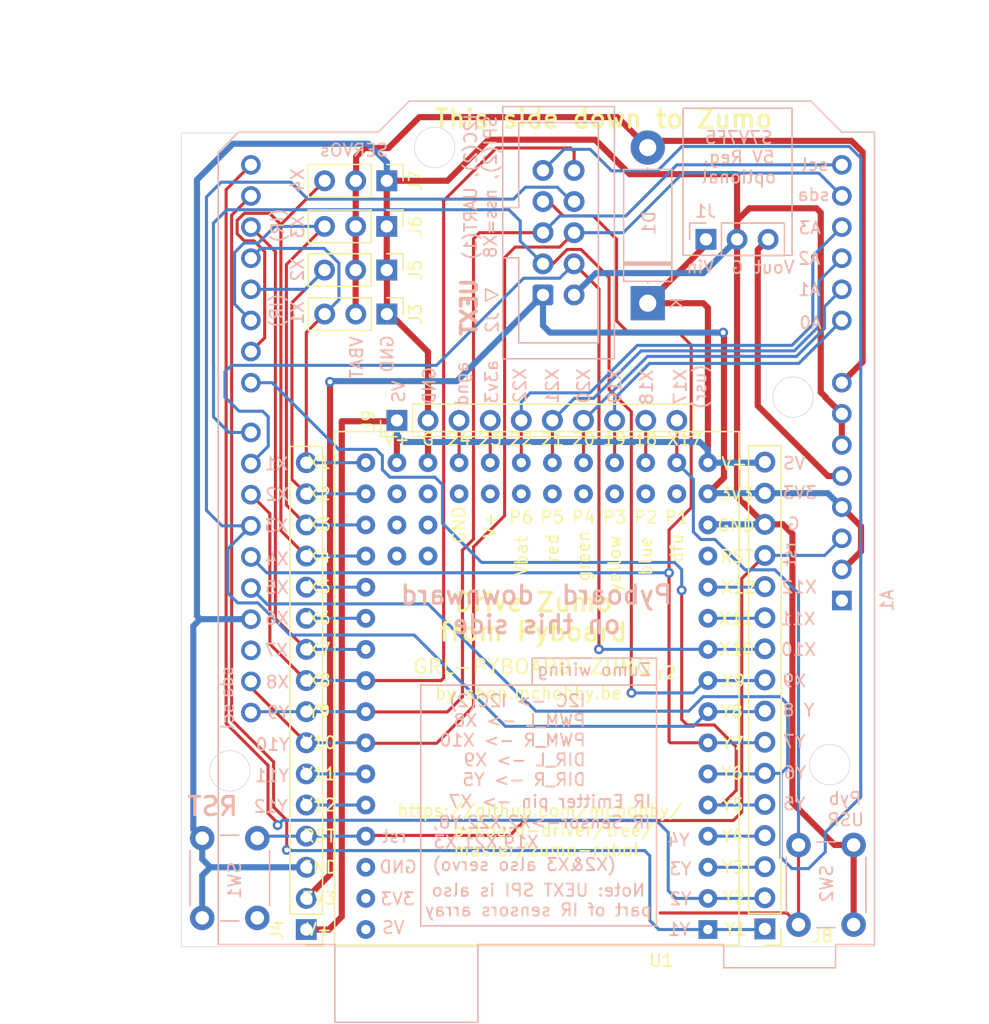
<source format=kicad_pcb>
(kicad_pcb (version 20171130) (host pcbnew 5.1.9-73d0e3b20d~88~ubuntu18.04.1)

  (general
    (thickness 1.6)
    (drawings 123)
    (tracks 450)
    (zones 0)
    (modules 14)
    (nets 59)
  )

  (page A4)
  (layers
    (0 F.Cu signal)
    (31 B.Cu signal)
    (32 B.Adhes user hide)
    (33 F.Adhes user hide)
    (34 B.Paste user)
    (35 F.Paste user)
    (36 B.SilkS user)
    (37 F.SilkS user)
    (38 B.Mask user hide)
    (39 F.Mask user hide)
    (40 Dwgs.User user)
    (41 Cmts.User user hide)
    (42 Eco1.User user)
    (43 Eco2.User user)
    (44 Edge.Cuts user)
    (45 Margin user hide)
    (46 B.CrtYd user hide)
    (47 F.CrtYd user hide)
    (48 B.Fab user hide)
    (49 F.Fab user hide)
  )

  (setup
    (last_trace_width 0.25)
    (trace_clearance 0.2)
    (zone_clearance 0.508)
    (zone_45_only no)
    (trace_min 0.2)
    (via_size 0.8)
    (via_drill 0.4)
    (via_min_size 0.4)
    (via_min_drill 0.3)
    (uvia_size 0.3)
    (uvia_drill 0.1)
    (uvias_allowed no)
    (uvia_min_size 0.2)
    (uvia_min_drill 0.1)
    (edge_width 0.05)
    (segment_width 0.2)
    (pcb_text_width 0.3)
    (pcb_text_size 1.5 1.5)
    (mod_edge_width 0.12)
    (mod_text_size 1 1)
    (mod_text_width 0.15)
    (pad_size 1.524 1.524)
    (pad_drill 0.762)
    (pad_to_mask_clearance 0)
    (aux_axis_origin 0 0)
    (grid_origin 106.35 64.6)
    (visible_elements FFFFFF7F)
    (pcbplotparams
      (layerselection 0x010fc_ffffffff)
      (usegerberextensions false)
      (usegerberattributes true)
      (usegerberadvancedattributes true)
      (creategerberjobfile true)
      (excludeedgelayer true)
      (linewidth 0.100000)
      (plotframeref false)
      (viasonmask false)
      (mode 1)
      (useauxorigin false)
      (hpglpennumber 1)
      (hpglpenspeed 20)
      (hpglpendiameter 15.000000)
      (psnegative false)
      (psa4output false)
      (plotreference true)
      (plotvalue true)
      (plotinvisibletext false)
      (padsonsilk false)
      (subtractmaskfromsilk false)
      (outputformat 1)
      (mirror false)
      (drillshape 0)
      (scaleselection 1)
      (outputdirectory "pyboard-zumo-002/"))
  )

  (net 0 "")
  (net 1 /scl)
  (net 2 /sda)
  (net 3 "Net-(A1-Pad1)")
  (net 4 /D2)
  (net 5 +3V3)
  (net 6 /servo1)
  (net 7 /rst)
  (net 8 /servo2)
  (net 9 /servo3)
  (net 10 +5V)
  (net 11 /servo4)
  (net 12 GND)
  (net 13 /D7)
  (net 14 /uext_tx)
  (net 15 +VDC)
  (net 16 /uext_rx)
  (net 17 /A0)
  (net 18 /nss)
  (net 19 /A1)
  (net 20 /mosi)
  (net 21 /A2)
  (net 22 /miso)
  (net 23 /A3)
  (net 24 /sck)
  (net 25 "Net-(A1-Pad30)")
  (net 26 /rx)
  (net 27 /tx)
  (net 28 VS)
  (net 29 /x12)
  (net 30 /x11)
  (net 31 /y11)
  (net 32 /y12)
  (net 33 /y3)
  (net 34 /y4)
  (net 35 /x6)
  (net 36 /x5)
  (net 37 /AGND)
  (net 38 /A3V3)
  (net 39 /x18)
  (net 40 /x17)
  (net 41 "Net-(U1-Pad49)")
  (net 42 "Net-(U1-Pad50)")
  (net 43 "Net-(U1-Pad51)")
  (net 44 "Net-(U1-Pad52)")
  (net 45 "Net-(U1-Pad53)")
  (net 46 "Net-(U1-Pad54)")
  (net 47 "Net-(U1-Pad13)")
  (net 48 "Net-(U1-Pad40)")
  (net 49 "Net-(U1-Pad41)")
  (net 50 "Net-(U1-Pad42)")
  (net 51 "Net-(U1-Pad43)")
  (net 52 "Net-(U1-Pad44)")
  (net 53 "Net-(U1-Pad45)")
  (net 54 "Net-(U1-Pad46)")
  (net 55 "Net-(U1-Pad47)")
  (net 56 "Net-(U1-Pad48)")
  (net 57 "Net-(U1-Pad55)")
  (net 58 "Net-(U1-Pad56)")

  (net_class Default "This is the default net class."
    (clearance 0.2)
    (trace_width 0.25)
    (via_dia 0.8)
    (via_drill 0.4)
    (uvia_dia 0.3)
    (uvia_drill 0.1)
    (add_net /A0)
    (add_net /A1)
    (add_net /A2)
    (add_net /A3)
    (add_net /A3V3)
    (add_net /AGND)
    (add_net /D2)
    (add_net /D7)
    (add_net /miso)
    (add_net /mosi)
    (add_net /nss)
    (add_net /rst)
    (add_net /rx)
    (add_net /sck)
    (add_net /scl)
    (add_net /sda)
    (add_net /servo1)
    (add_net /servo2)
    (add_net /servo3)
    (add_net /servo4)
    (add_net /tx)
    (add_net /uext_rx)
    (add_net /uext_tx)
    (add_net /x11)
    (add_net /x12)
    (add_net /x17)
    (add_net /x18)
    (add_net /x5)
    (add_net /x6)
    (add_net /y11)
    (add_net /y12)
    (add_net /y3)
    (add_net /y4)
    (add_net "Net-(A1-Pad1)")
    (add_net "Net-(A1-Pad30)")
    (add_net "Net-(U1-Pad13)")
    (add_net "Net-(U1-Pad40)")
    (add_net "Net-(U1-Pad41)")
    (add_net "Net-(U1-Pad42)")
    (add_net "Net-(U1-Pad43)")
    (add_net "Net-(U1-Pad44)")
    (add_net "Net-(U1-Pad45)")
    (add_net "Net-(U1-Pad46)")
    (add_net "Net-(U1-Pad47)")
    (add_net "Net-(U1-Pad48)")
    (add_net "Net-(U1-Pad49)")
    (add_net "Net-(U1-Pad50)")
    (add_net "Net-(U1-Pad51)")
    (add_net "Net-(U1-Pad52)")
    (add_net "Net-(U1-Pad53)")
    (add_net "Net-(U1-Pad54)")
    (add_net "Net-(U1-Pad55)")
    (add_net "Net-(U1-Pad56)")
  )

  (net_class Power ""
    (clearance 0.3)
    (trace_width 0.5)
    (via_dia 0.8)
    (via_drill 0.4)
    (uvia_dia 0.3)
    (uvia_drill 0.1)
    (add_net +3V3)
    (add_net +5V)
    (add_net +VDC)
    (add_net GND)
    (add_net VS)
  )

  (module Module:Arduino_UNO_R3 (layer B.Cu) (tedit 58AB60FC) (tstamp 601C94A0)
    (at 118.83664 95.7023 90)
    (descr "Arduino UNO R3, http://www.mouser.com/pdfdocs/Gravitech_Arduino_Nano3_0.pdf")
    (tags "Arduino UNO R3")
    (path /60834697)
    (fp_text reference A1 (at 0.00762 3.69062 90) (layer B.SilkS)
      (effects (font (size 1 1) (thickness 0.15)) (justify mirror))
    )
    (fp_text value Arduino_R3_Shield (at 0 -22.86 270) (layer B.Fab)
      (effects (font (size 1 1) (thickness 0.15)) (justify mirror))
    )
    (fp_line (start -27.94 2.54) (end 38.1 2.54) (layer B.Fab) (width 0.1))
    (fp_line (start -27.94 -50.8) (end -27.94 2.54) (layer B.Fab) (width 0.1))
    (fp_line (start 36.58 -50.8) (end -27.94 -50.8) (layer B.Fab) (width 0.1))
    (fp_line (start 38.1 -49.28) (end 36.58 -50.8) (layer B.Fab) (width 0.1))
    (fp_line (start 38.1 0) (end 40.64 -2.54) (layer B.Fab) (width 0.1))
    (fp_line (start 38.1 2.54) (end 38.1 0) (layer B.Fab) (width 0.1))
    (fp_line (start 40.64 -35.31) (end 38.1 -37.85) (layer B.Fab) (width 0.1))
    (fp_line (start 40.64 -2.54) (end 40.64 -35.31) (layer B.Fab) (width 0.1))
    (fp_line (start 38.1 -37.85) (end 38.1 -49.28) (layer B.Fab) (width 0.1))
    (fp_line (start -29.84 -9.53) (end -29.84 -0.64) (layer B.Fab) (width 0.1))
    (fp_line (start -16.51 -9.53) (end -29.84 -9.53) (layer B.Fab) (width 0.1))
    (fp_line (start -16.51 -0.64) (end -16.51 -9.53) (layer B.Fab) (width 0.1))
    (fp_line (start -29.84 -0.64) (end -16.51 -0.64) (layer B.Fab) (width 0.1))
    (fp_line (start -34.29 -41.27) (end -34.29 -29.84) (layer B.Fab) (width 0.1))
    (fp_line (start -18.41 -41.27) (end -34.29 -41.27) (layer B.Fab) (width 0.1))
    (fp_line (start -18.41 -29.84) (end -18.41 -41.27) (layer B.Fab) (width 0.1))
    (fp_line (start -34.29 -29.84) (end -18.41 -29.84) (layer B.Fab) (width 0.1))
    (fp_line (start 38.23 -37.85) (end 40.77 -35.31) (layer B.SilkS) (width 0.12))
    (fp_line (start 38.23 -49.28) (end 38.23 -37.85) (layer B.SilkS) (width 0.12))
    (fp_line (start 36.58 -50.93) (end 38.23 -49.28) (layer B.SilkS) (width 0.12))
    (fp_line (start -28.07 -50.93) (end 36.58 -50.93) (layer B.SilkS) (width 0.12))
    (fp_line (start -28.07 -41.4) (end -28.07 -50.93) (layer B.SilkS) (width 0.12))
    (fp_line (start -34.42 -41.4) (end -28.07 -41.4) (layer B.SilkS) (width 0.12))
    (fp_line (start -34.42 -29.72) (end -34.42 -41.4) (layer B.SilkS) (width 0.12))
    (fp_line (start -28.07 -29.72) (end -34.42 -29.72) (layer B.SilkS) (width 0.12))
    (fp_line (start -28.07 -9.65) (end -28.07 -29.72) (layer B.SilkS) (width 0.12))
    (fp_line (start -29.97 -9.65) (end -28.07 -9.65) (layer B.SilkS) (width 0.12))
    (fp_line (start -29.97 -0.51) (end -29.97 -9.65) (layer B.SilkS) (width 0.12))
    (fp_line (start -28.07 -0.51) (end -29.97 -0.51) (layer B.SilkS) (width 0.12))
    (fp_line (start -28.07 2.67) (end -28.07 -0.51) (layer B.SilkS) (width 0.12))
    (fp_line (start 38.23 2.67) (end -28.07 2.67) (layer B.SilkS) (width 0.12))
    (fp_line (start 38.23 0) (end 38.23 2.67) (layer B.SilkS) (width 0.12))
    (fp_line (start 40.77 -2.54) (end 38.23 0) (layer B.SilkS) (width 0.12))
    (fp_line (start 40.77 -35.31) (end 40.77 -2.54) (layer B.SilkS) (width 0.12))
    (fp_line (start -28.19 2.79) (end 38.35 2.79) (layer B.CrtYd) (width 0.05))
    (fp_line (start -28.19 -0.38) (end -28.19 2.79) (layer B.CrtYd) (width 0.05))
    (fp_line (start -30.1 -0.38) (end -28.19 -0.38) (layer B.CrtYd) (width 0.05))
    (fp_line (start -30.1 -9.78) (end -30.1 -0.38) (layer B.CrtYd) (width 0.05))
    (fp_line (start -28.19 -9.78) (end -30.1 -9.78) (layer B.CrtYd) (width 0.05))
    (fp_line (start -28.19 -29.59) (end -28.19 -9.78) (layer B.CrtYd) (width 0.05))
    (fp_line (start -34.54 -29.59) (end -28.19 -29.59) (layer B.CrtYd) (width 0.05))
    (fp_line (start -34.54 -41.53) (end -34.54 -29.59) (layer B.CrtYd) (width 0.05))
    (fp_line (start -28.19 -41.53) (end -34.54 -41.53) (layer B.CrtYd) (width 0.05))
    (fp_line (start -28.19 -51.05) (end -28.19 -41.53) (layer B.CrtYd) (width 0.05))
    (fp_line (start 36.58 -51.05) (end -28.19 -51.05) (layer B.CrtYd) (width 0.05))
    (fp_line (start 38.35 -49.28) (end 36.58 -51.05) (layer B.CrtYd) (width 0.05))
    (fp_line (start 38.35 -37.85) (end 38.35 -49.28) (layer B.CrtYd) (width 0.05))
    (fp_line (start 40.89 -35.31) (end 38.35 -37.85) (layer B.CrtYd) (width 0.05))
    (fp_line (start 40.89 -2.54) (end 40.89 -35.31) (layer B.CrtYd) (width 0.05))
    (fp_line (start 38.35 0) (end 40.89 -2.54) (layer B.CrtYd) (width 0.05))
    (fp_line (start 38.35 2.79) (end 38.35 0) (layer B.CrtYd) (width 0.05))
    (fp_text user %R (at 0 -20.32 90) (layer B.Fab)
      (effects (font (size 1 1) (thickness 0.15)) (justify mirror))
    )
    (pad 32 thru_hole oval (at -9.14 -48.26) (size 1.6 1.6) (drill 1) (layers *.Cu *.Mask)
      (net 1 /scl))
    (pad 31 thru_hole oval (at -6.6 -48.26) (size 1.6 1.6) (drill 1) (layers *.Cu *.Mask)
      (net 2 /sda))
    (pad 1 thru_hole rect (at 0 0) (size 1.6 1.6) (drill 1) (layers *.Cu *.Mask)
      (net 3 "Net-(A1-Pad1)"))
    (pad 17 thru_hole oval (at 30.48 -48.26) (size 1.6 1.6) (drill 1) (layers *.Cu *.Mask)
      (net 4 /D2))
    (pad 2 thru_hole oval (at 2.54 0) (size 1.6 1.6) (drill 1) (layers *.Cu *.Mask)
      (net 5 +3V3))
    (pad 18 thru_hole oval (at 27.94 -48.26) (size 1.6 1.6) (drill 1) (layers *.Cu *.Mask)
      (net 6 /servo1))
    (pad 3 thru_hole oval (at 5.08 0) (size 1.6 1.6) (drill 1) (layers *.Cu *.Mask)
      (net 7 /rst))
    (pad 19 thru_hole oval (at 25.4 -48.26) (size 1.6 1.6) (drill 1) (layers *.Cu *.Mask)
      (net 8 /servo2))
    (pad 4 thru_hole oval (at 7.62 0) (size 1.6 1.6) (drill 1) (layers *.Cu *.Mask)
      (net 5 +3V3))
    (pad 20 thru_hole oval (at 22.86 -48.26) (size 1.6 1.6) (drill 1) (layers *.Cu *.Mask)
      (net 9 /servo3))
    (pad 5 thru_hole oval (at 10.16 0) (size 1.6 1.6) (drill 1) (layers *.Cu *.Mask)
      (net 10 +5V))
    (pad 21 thru_hole oval (at 20.32 -48.26) (size 1.6 1.6) (drill 1) (layers *.Cu *.Mask)
      (net 11 /servo4))
    (pad 6 thru_hole oval (at 12.7 0) (size 1.6 1.6) (drill 1) (layers *.Cu *.Mask)
      (net 12 GND))
    (pad 22 thru_hole oval (at 17.78 -48.26) (size 1.6 1.6) (drill 1) (layers *.Cu *.Mask)
      (net 13 /D7))
    (pad 7 thru_hole oval (at 15.24 0) (size 1.6 1.6) (drill 1) (layers *.Cu *.Mask)
      (net 12 GND))
    (pad 23 thru_hole oval (at 13.72 -48.26) (size 1.6 1.6) (drill 1) (layers *.Cu *.Mask)
      (net 14 /uext_tx))
    (pad 8 thru_hole oval (at 17.78 0) (size 1.6 1.6) (drill 1) (layers *.Cu *.Mask)
      (net 15 +VDC))
    (pad 24 thru_hole oval (at 11.18 -48.26) (size 1.6 1.6) (drill 1) (layers *.Cu *.Mask)
      (net 16 /uext_rx))
    (pad 9 thru_hole oval (at 22.86 0) (size 1.6 1.6) (drill 1) (layers *.Cu *.Mask)
      (net 17 /A0))
    (pad 25 thru_hole oval (at 8.64 -48.26) (size 1.6 1.6) (drill 1) (layers *.Cu *.Mask)
      (net 18 /nss))
    (pad 10 thru_hole oval (at 25.4 0) (size 1.6 1.6) (drill 1) (layers *.Cu *.Mask)
      (net 19 /A1))
    (pad 26 thru_hole oval (at 6.1 -48.26) (size 1.6 1.6) (drill 1) (layers *.Cu *.Mask)
      (net 20 /mosi))
    (pad 11 thru_hole oval (at 27.94 0) (size 1.6 1.6) (drill 1) (layers *.Cu *.Mask)
      (net 21 /A2))
    (pad 27 thru_hole oval (at 3.56 -48.26) (size 1.6 1.6) (drill 1) (layers *.Cu *.Mask)
      (net 22 /miso))
    (pad 12 thru_hole oval (at 30.48 0) (size 1.6 1.6) (drill 1) (layers *.Cu *.Mask)
      (net 23 /A3))
    (pad 28 thru_hole oval (at 1.02 -48.26) (size 1.6 1.6) (drill 1) (layers *.Cu *.Mask)
      (net 24 /sck))
    (pad 13 thru_hole oval (at 33.02 0) (size 1.6 1.6) (drill 1) (layers *.Cu *.Mask)
      (net 2 /sda))
    (pad 29 thru_hole oval (at -1.52 -48.26) (size 1.6 1.6) (drill 1) (layers *.Cu *.Mask)
      (net 12 GND))
    (pad 14 thru_hole oval (at 35.56 0) (size 1.6 1.6) (drill 1) (layers *.Cu *.Mask)
      (net 1 /scl))
    (pad 30 thru_hole oval (at -4.06 -48.26) (size 1.6 1.6) (drill 1) (layers *.Cu *.Mask)
      (net 25 "Net-(A1-Pad30)"))
    (pad 15 thru_hole oval (at 35.56 -48.26) (size 1.6 1.6) (drill 1) (layers *.Cu *.Mask)
      (net 26 /rx))
    (pad 16 thru_hole oval (at 33.02 -48.26) (size 1.6 1.6) (drill 1) (layers *.Cu *.Mask)
      (net 27 /tx))
    (model ${KISYS3DMOD}/Module.3dshapes/Arduino_UNO_R3.wrl
      (at (xyz 0 0 0))
      (scale (xyz 1 1 1))
      (rotate (xyz 0 0 0))
    )
  )

  (module Diode_THT:D_5W_P12.70mm_Horizontal (layer B.Cu) (tedit 5AE50CD5) (tstamp 601725BD)
    (at 102.9845 71.4326 90)
    (descr "Diode, 5W series, Axial, Horizontal, pin pitch=12.7mm, , length*diameter=8.9*3.7mm^2, , http://www.diodes.com/_files/packages/8686949.gif")
    (tags "Diode 5W series Axial Horizontal pin pitch 12.7mm  length 8.9mm diameter 3.7mm")
    (path /60164B93)
    (fp_text reference D1 (at 6.55 0.1 270) (layer B.SilkS)
      (effects (font (size 1 1) (thickness 0.15)) (justify mirror))
    )
    (fp_text value D_Schottky (at 6.35 -2.97 270) (layer B.Fab)
      (effects (font (size 1 1) (thickness 0.15)) (justify mirror))
    )
    (fp_line (start 14.35 2.1) (end -1.65 2.1) (layer B.CrtYd) (width 0.05))
    (fp_line (start 14.35 -2.1) (end 14.35 2.1) (layer B.CrtYd) (width 0.05))
    (fp_line (start -1.65 -2.1) (end 14.35 -2.1) (layer B.CrtYd) (width 0.05))
    (fp_line (start -1.65 2.1) (end -1.65 -2.1) (layer B.CrtYd) (width 0.05))
    (fp_line (start 3.115 1.97) (end 3.115 -1.97) (layer B.SilkS) (width 0.12))
    (fp_line (start 3.355 1.97) (end 3.355 -1.97) (layer B.SilkS) (width 0.12))
    (fp_line (start 3.235 1.97) (end 3.235 -1.97) (layer B.SilkS) (width 0.12))
    (fp_line (start 11.06 0) (end 10.92 0) (layer B.SilkS) (width 0.12))
    (fp_line (start 1.64 0) (end 1.78 0) (layer B.SilkS) (width 0.12))
    (fp_line (start 10.92 1.97) (end 1.78 1.97) (layer B.SilkS) (width 0.12))
    (fp_line (start 10.92 -1.97) (end 10.92 1.97) (layer B.SilkS) (width 0.12))
    (fp_line (start 1.78 -1.97) (end 10.92 -1.97) (layer B.SilkS) (width 0.12))
    (fp_line (start 1.78 1.97) (end 1.78 -1.97) (layer B.SilkS) (width 0.12))
    (fp_line (start 3.135 1.85) (end 3.135 -1.85) (layer B.Fab) (width 0.1))
    (fp_line (start 3.335 1.85) (end 3.335 -1.85) (layer B.Fab) (width 0.1))
    (fp_line (start 3.235 1.85) (end 3.235 -1.85) (layer B.Fab) (width 0.1))
    (fp_line (start 12.7 0) (end 10.8 0) (layer B.Fab) (width 0.1))
    (fp_line (start 0 0) (end 1.9 0) (layer B.Fab) (width 0.1))
    (fp_line (start 10.8 1.85) (end 1.9 1.85) (layer B.Fab) (width 0.1))
    (fp_line (start 10.8 -1.85) (end 10.8 1.85) (layer B.Fab) (width 0.1))
    (fp_line (start 1.9 -1.85) (end 10.8 -1.85) (layer B.Fab) (width 0.1))
    (fp_line (start 1.9 1.85) (end 1.9 -1.85) (layer B.Fab) (width 0.1))
    (fp_text user %R (at 7.0175 0 270) (layer B.Fab)
      (effects (font (size 1 1) (thickness 0.15)) (justify mirror))
    )
    (fp_text user K (at 0 2.4 270) (layer B.Fab)
      (effects (font (size 1 1) (thickness 0.15)) (justify mirror))
    )
    (fp_text user K (at 0 2.4 270) (layer B.SilkS)
      (effects (font (size 1 1) (thickness 0.15)) (justify mirror))
    )
    (pad 1 thru_hole rect (at 0 0 90) (size 2.8 2.8) (drill 1.4) (layers *.Cu *.Mask)
      (net 28 VS))
    (pad 2 thru_hole oval (at 12.7 0 90) (size 2.8 2.8) (drill 1.4) (layers *.Cu *.Mask)
      (net 15 +VDC))
    (model ${KISYS3DMOD}/Diode_THT.3dshapes/D_5W_P12.70mm_Horizontal.wrl
      (at (xyz 0 0 0))
      (scale (xyz 1 1 1))
      (rotate (xyz 0 0 0))
    )
  )

  (module Connector_PinHeader_2.54mm:PinHeader_1x03_P2.54mm_Vertical (layer B.Cu) (tedit 59FED5CC) (tstamp 601725D4)
    (at 107.73968 66.22404 270)
    (descr "Through hole straight pin header, 1x03, 2.54mm pitch, single row")
    (tags "Through hole pin header THT 1x03 2.54mm single row")
    (path /6019FFD6)
    (fp_text reference J1 (at -2.29968 0.03586) (layer B.SilkS)
      (effects (font (size 1 1) (thickness 0.15)) (justify mirror))
    )
    (fp_text value "Pololu S7V7F5" (at 0 -7.41 270) (layer B.Fab)
      (effects (font (size 1 1) (thickness 0.15)) (justify mirror))
    )
    (fp_line (start 1.8 1.8) (end -1.8 1.8) (layer B.CrtYd) (width 0.05))
    (fp_line (start 1.8 -6.85) (end 1.8 1.8) (layer B.CrtYd) (width 0.05))
    (fp_line (start -1.8 -6.85) (end 1.8 -6.85) (layer B.CrtYd) (width 0.05))
    (fp_line (start -1.8 1.8) (end -1.8 -6.85) (layer B.CrtYd) (width 0.05))
    (fp_line (start -1.33 1.33) (end 0 1.33) (layer B.SilkS) (width 0.12))
    (fp_line (start -1.33 0) (end -1.33 1.33) (layer B.SilkS) (width 0.12))
    (fp_line (start -1.33 -1.27) (end 1.33 -1.27) (layer B.SilkS) (width 0.12))
    (fp_line (start 1.33 -1.27) (end 1.33 -6.41) (layer B.SilkS) (width 0.12))
    (fp_line (start -1.33 -1.27) (end -1.33 -6.41) (layer B.SilkS) (width 0.12))
    (fp_line (start -1.33 -6.41) (end 1.33 -6.41) (layer B.SilkS) (width 0.12))
    (fp_line (start -1.27 0.635) (end -0.635 1.27) (layer B.Fab) (width 0.1))
    (fp_line (start -1.27 -6.35) (end -1.27 0.635) (layer B.Fab) (width 0.1))
    (fp_line (start 1.27 -6.35) (end -1.27 -6.35) (layer B.Fab) (width 0.1))
    (fp_line (start 1.27 1.27) (end 1.27 -6.35) (layer B.Fab) (width 0.1))
    (fp_line (start -0.635 1.27) (end 1.27 1.27) (layer B.Fab) (width 0.1))
    (fp_text user %R (at 0 -2.54) (layer B.Fab)
      (effects (font (size 1 1) (thickness 0.15)) (justify mirror))
    )
    (pad 1 thru_hole rect (at 0 0 270) (size 1.7 1.7) (drill 1) (layers *.Cu *.Mask)
      (net 28 VS))
    (pad 2 thru_hole oval (at 0 -2.54 270) (size 1.7 1.7) (drill 1) (layers *.Cu *.Mask)
      (net 12 GND))
    (pad 3 thru_hole oval (at 0 -5.08 270) (size 1.7 1.7) (drill 1) (layers *.Cu *.Mask)
      (net 10 +5V))
    (model ${KISYS3DMOD}/Connector_PinHeader_2.54mm.3dshapes/PinHeader_1x03_P2.54mm_Vertical.wrl
      (at (xyz 0 0 0))
      (scale (xyz 1 1 1))
      (rotate (xyz 0 0 0))
    )
  )

  (module Connector_IDC:IDC-Header_2x05_P2.54mm_Vertical (layer B.Cu) (tedit 5EAC9A07) (tstamp 60172603)
    (at 94.43094 70.76)
    (descr "Through hole IDC box header, 2x05, 2.54mm pitch, DIN 41651 / IEC 60603-13, double rows, https://docs.google.com/spreadsheets/d/16SsEcesNF15N3Lb4niX7dcUr-NY5_MFPQhobNuNppn4/edit#gid=0")
    (tags "Through hole vertical IDC box header THT 2x05 2.54mm double row")
    (path /602471C1)
    (fp_text reference J2 (at -4.15 2.24 90) (layer B.SilkS)
      (effects (font (size 1 1) (thickness 0.15)) (justify mirror))
    )
    (fp_text value UEXT (at 7 2.6 -90) (layer B.Fab)
      (effects (font (size 1 1) (thickness 0.15)) (justify mirror))
    )
    (fp_line (start 6.22 5.6) (end -3.68 5.6) (layer B.CrtYd) (width 0.05))
    (fp_line (start 6.22 -15.76) (end 6.22 5.6) (layer B.CrtYd) (width 0.05))
    (fp_line (start -3.68 -15.76) (end 6.22 -15.76) (layer B.CrtYd) (width 0.05))
    (fp_line (start -3.68 5.6) (end -3.68 -15.76) (layer B.CrtYd) (width 0.05))
    (fp_line (start -4.68 -0.5) (end -3.68 0) (layer B.SilkS) (width 0.12))
    (fp_line (start -4.68 0.5) (end -4.68 -0.5) (layer B.SilkS) (width 0.12))
    (fp_line (start -3.68 0) (end -4.68 0.5) (layer B.SilkS) (width 0.12))
    (fp_line (start -1.98 -7.13) (end -3.29 -7.13) (layer B.SilkS) (width 0.12))
    (fp_line (start -1.98 -7.13) (end -1.98 -7.13) (layer B.SilkS) (width 0.12))
    (fp_line (start -1.98 -14.07) (end -1.98 -7.13) (layer B.SilkS) (width 0.12))
    (fp_line (start 4.52 -14.07) (end -1.98 -14.07) (layer B.SilkS) (width 0.12))
    (fp_line (start 4.52 3.91) (end 4.52 -14.07) (layer B.SilkS) (width 0.12))
    (fp_line (start -1.98 3.91) (end 4.52 3.91) (layer B.SilkS) (width 0.12))
    (fp_line (start -1.98 -3.03) (end -1.98 3.91) (layer B.SilkS) (width 0.12))
    (fp_line (start -3.29 -3.03) (end -1.98 -3.03) (layer B.SilkS) (width 0.12))
    (fp_line (start -3.29 -15.37) (end -3.29 5.21) (layer B.SilkS) (width 0.12))
    (fp_line (start 5.83 -15.37) (end -3.29 -15.37) (layer B.SilkS) (width 0.12))
    (fp_line (start 5.83 5.21) (end 5.83 -15.37) (layer B.SilkS) (width 0.12))
    (fp_line (start -3.29 5.21) (end 5.83 5.21) (layer B.SilkS) (width 0.12))
    (fp_line (start -1.98 -7.13) (end -3.18 -7.13) (layer B.Fab) (width 0.1))
    (fp_line (start -1.98 -7.13) (end -1.98 -7.13) (layer B.Fab) (width 0.1))
    (fp_line (start -1.98 -14.07) (end -1.98 -7.13) (layer B.Fab) (width 0.1))
    (fp_line (start 4.52 -14.07) (end -1.98 -14.07) (layer B.Fab) (width 0.1))
    (fp_line (start 4.52 3.91) (end 4.52 -14.07) (layer B.Fab) (width 0.1))
    (fp_line (start -1.98 3.91) (end 4.52 3.91) (layer B.Fab) (width 0.1))
    (fp_line (start -1.98 -3.03) (end -1.98 3.91) (layer B.Fab) (width 0.1))
    (fp_line (start -3.18 -3.03) (end -1.98 -3.03) (layer B.Fab) (width 0.1))
    (fp_line (start -3.18 -15.26) (end -3.18 4.1) (layer B.Fab) (width 0.1))
    (fp_line (start 5.72 -15.26) (end -3.18 -15.26) (layer B.Fab) (width 0.1))
    (fp_line (start 5.72 5.1) (end 5.72 -15.26) (layer B.Fab) (width 0.1))
    (fp_line (start -2.18 5.1) (end 5.72 5.1) (layer B.Fab) (width 0.1))
    (fp_line (start -3.18 4.1) (end -2.18 5.1) (layer B.Fab) (width 0.1))
    (fp_text user %R (at 1.27 -5.08 -90) (layer B.Fab)
      (effects (font (size 1 1) (thickness 0.15)) (justify mirror))
    )
    (pad 1 thru_hole roundrect (at 0 0) (size 1.7 1.7) (drill 1) (layers *.Cu *.Mask) (roundrect_rratio 0.1470588235294118)
      (net 5 +3V3))
    (pad 3 thru_hole circle (at 0 -2.54) (size 1.7 1.7) (drill 1) (layers *.Cu *.Mask)
      (net 14 /uext_tx))
    (pad 5 thru_hole circle (at 0 -5.08) (size 1.7 1.7) (drill 1) (layers *.Cu *.Mask)
      (net 1 /scl))
    (pad 7 thru_hole circle (at 0 -7.62) (size 1.7 1.7) (drill 1) (layers *.Cu *.Mask)
      (net 22 /miso))
    (pad 9 thru_hole circle (at 0 -10.16) (size 1.7 1.7) (drill 1) (layers *.Cu *.Mask)
      (net 24 /sck))
    (pad 2 thru_hole circle (at 2.54 0) (size 1.7 1.7) (drill 1) (layers *.Cu *.Mask)
      (net 12 GND))
    (pad 4 thru_hole circle (at 2.54 -2.54) (size 1.7 1.7) (drill 1) (layers *.Cu *.Mask)
      (net 16 /uext_rx))
    (pad 6 thru_hole circle (at 2.54 -5.08) (size 1.7 1.7) (drill 1) (layers *.Cu *.Mask)
      (net 2 /sda))
    (pad 8 thru_hole circle (at 2.54 -7.62) (size 1.7 1.7) (drill 1) (layers *.Cu *.Mask)
      (net 20 /mosi))
    (pad 10 thru_hole circle (at 2.54 -10.16) (size 1.7 1.7) (drill 1) (layers *.Cu *.Mask)
      (net 18 /nss))
    (model ${KISYS3DMOD}/Connector_IDC.3dshapes/IDC-Header_2x05_P2.54mm_Vertical.wrl
      (at (xyz 0 0 0))
      (scale (xyz 1 1 1))
      (rotate (xyz 0 0 0))
    )
  )

  (module Connector_PinHeader_2.54mm:PinHeader_1x03_P2.54mm_Vertical (layer F.Cu) (tedit 59FED5CC) (tstamp 603A884D)
    (at 81.6817 72.31942 270)
    (descr "Through hole straight pin header, 1x03, 2.54mm pitch, single row")
    (tags "Through hole pin header THT 1x03 2.54mm single row")
    (path /606335E2)
    (fp_text reference J3 (at 0 -2.33 90) (layer F.SilkS)
      (effects (font (size 1 1) (thickness 0.15)))
    )
    (fp_text value servo1 (at 0 7.41 90) (layer F.Fab)
      (effects (font (size 1 1) (thickness 0.15)))
    )
    (fp_line (start -0.635 -1.27) (end 1.27 -1.27) (layer F.Fab) (width 0.1))
    (fp_line (start 1.27 -1.27) (end 1.27 6.35) (layer F.Fab) (width 0.1))
    (fp_line (start 1.27 6.35) (end -1.27 6.35) (layer F.Fab) (width 0.1))
    (fp_line (start -1.27 6.35) (end -1.27 -0.635) (layer F.Fab) (width 0.1))
    (fp_line (start -1.27 -0.635) (end -0.635 -1.27) (layer F.Fab) (width 0.1))
    (fp_line (start -1.33 6.41) (end 1.33 6.41) (layer F.SilkS) (width 0.12))
    (fp_line (start -1.33 1.27) (end -1.33 6.41) (layer F.SilkS) (width 0.12))
    (fp_line (start 1.33 1.27) (end 1.33 6.41) (layer F.SilkS) (width 0.12))
    (fp_line (start -1.33 1.27) (end 1.33 1.27) (layer F.SilkS) (width 0.12))
    (fp_line (start -1.33 0) (end -1.33 -1.33) (layer F.SilkS) (width 0.12))
    (fp_line (start -1.33 -1.33) (end 0 -1.33) (layer F.SilkS) (width 0.12))
    (fp_line (start -1.8 -1.8) (end -1.8 6.85) (layer F.CrtYd) (width 0.05))
    (fp_line (start -1.8 6.85) (end 1.8 6.85) (layer F.CrtYd) (width 0.05))
    (fp_line (start 1.8 6.85) (end 1.8 -1.8) (layer F.CrtYd) (width 0.05))
    (fp_line (start 1.8 -1.8) (end -1.8 -1.8) (layer F.CrtYd) (width 0.05))
    (fp_text user %R (at 0 2.54) (layer F.Fab)
      (effects (font (size 1 1) (thickness 0.15)))
    )
    (pad 3 thru_hole oval (at 0 5.08 270) (size 1.7 1.7) (drill 1) (layers *.Cu *.Mask)
      (net 6 /servo1))
    (pad 2 thru_hole oval (at 0 2.54 270) (size 1.7 1.7) (drill 1) (layers *.Cu *.Mask)
      (net 15 +VDC))
    (pad 1 thru_hole rect (at 0 0 270) (size 1.7 1.7) (drill 1) (layers *.Cu *.Mask)
      (net 12 GND))
    (model ${KISYS3DMOD}/Connector_PinHeader_2.54mm.3dshapes/PinHeader_1x03_P2.54mm_Vertical.wrl
      (at (xyz 0 0 0))
      (scale (xyz 1 1 1))
      (rotate (xyz 0 0 0))
    )
  )

  (module Connector_PinHeader_2.54mm:PinHeader_1x16_P2.54mm_Vertical (layer F.Cu) (tedit 59FED5CC) (tstamp 60173B5E)
    (at 75.1 122.55 180)
    (descr "Through hole straight pin header, 1x16, 2.54mm pitch, single row")
    (tags "Through hole pin header THT 1x16 2.54mm single row")
    (path /602CBBA6)
    (fp_text reference J4 (at 2.4 -0.05 90) (layer F.SilkS)
      (effects (font (size 1 1) (thickness 0.15)))
    )
    (fp_text value replicat-PYB-Left (at 0 40.43) (layer F.Fab)
      (effects (font (size 1 1) (thickness 0.15)))
    )
    (fp_line (start -0.635 -1.27) (end 1.27 -1.27) (layer F.Fab) (width 0.1))
    (fp_line (start 1.27 -1.27) (end 1.27 39.37) (layer F.Fab) (width 0.1))
    (fp_line (start 1.27 39.37) (end -1.27 39.37) (layer F.Fab) (width 0.1))
    (fp_line (start -1.27 39.37) (end -1.27 -0.635) (layer F.Fab) (width 0.1))
    (fp_line (start -1.27 -0.635) (end -0.635 -1.27) (layer F.Fab) (width 0.1))
    (fp_line (start -1.33 39.43) (end 1.33 39.43) (layer F.SilkS) (width 0.12))
    (fp_line (start -1.33 1.27) (end -1.33 39.43) (layer F.SilkS) (width 0.12))
    (fp_line (start 1.33 1.27) (end 1.33 39.43) (layer F.SilkS) (width 0.12))
    (fp_line (start -1.33 1.27) (end 1.33 1.27) (layer F.SilkS) (width 0.12))
    (fp_line (start -1.33 0) (end -1.33 -1.33) (layer F.SilkS) (width 0.12))
    (fp_line (start -1.33 -1.33) (end 0 -1.33) (layer F.SilkS) (width 0.12))
    (fp_line (start -1.8 -1.8) (end -1.8 39.9) (layer F.CrtYd) (width 0.05))
    (fp_line (start -1.8 39.9) (end 1.8 39.9) (layer F.CrtYd) (width 0.05))
    (fp_line (start 1.8 39.9) (end 1.8 -1.8) (layer F.CrtYd) (width 0.05))
    (fp_line (start 1.8 -1.8) (end -1.8 -1.8) (layer F.CrtYd) (width 0.05))
    (fp_text user %R (at 0 19.05 90) (layer F.Fab)
      (effects (font (size 1 1) (thickness 0.15)))
    )
    (pad 16 thru_hole oval (at 0 38.1 180) (size 1.7 1.7) (drill 1) (layers *.Cu *.Mask)
      (net 6 /servo1))
    (pad 15 thru_hole oval (at 0 35.56 180) (size 1.7 1.7) (drill 1) (layers *.Cu *.Mask)
      (net 8 /servo2))
    (pad 14 thru_hole oval (at 0 33.02 180) (size 1.7 1.7) (drill 1) (layers *.Cu *.Mask)
      (net 9 /servo3))
    (pad 13 thru_hole oval (at 0 30.48 180) (size 1.7 1.7) (drill 1) (layers *.Cu *.Mask)
      (net 11 /servo4))
    (pad 12 thru_hole oval (at 0 27.94 180) (size 1.7 1.7) (drill 1) (layers *.Cu *.Mask)
      (net 36 /x5))
    (pad 11 thru_hole oval (at 0 25.4 180) (size 1.7 1.7) (drill 1) (layers *.Cu *.Mask)
      (net 35 /x6))
    (pad 10 thru_hole oval (at 0 22.86 180) (size 1.7 1.7) (drill 1) (layers *.Cu *.Mask)
      (net 4 /D2))
    (pad 9 thru_hole oval (at 0 20.32 180) (size 1.7 1.7) (drill 1) (layers *.Cu *.Mask)
      (net 18 /nss))
    (pad 8 thru_hole oval (at 0 17.78 180) (size 1.7 1.7) (drill 1) (layers *.Cu *.Mask)
      (net 1 /scl))
    (pad 7 thru_hole oval (at 0 15.24 180) (size 1.7 1.7) (drill 1) (layers *.Cu *.Mask)
      (net 2 /sda))
    (pad 6 thru_hole oval (at 0 12.7 180) (size 1.7 1.7) (drill 1) (layers *.Cu *.Mask)
      (net 31 /y11))
    (pad 5 thru_hole oval (at 0 10.16 180) (size 1.7 1.7) (drill 1) (layers *.Cu *.Mask)
      (net 32 /y12))
    (pad 4 thru_hole oval (at 0 7.62 180) (size 1.7 1.7) (drill 1) (layers *.Cu *.Mask)
      (net 7 /rst))
    (pad 3 thru_hole oval (at 0 5.08 180) (size 1.7 1.7) (drill 1) (layers *.Cu *.Mask)
      (net 12 GND))
    (pad 2 thru_hole oval (at 0 2.54 180) (size 1.7 1.7) (drill 1) (layers *.Cu *.Mask)
      (net 5 +3V3))
    (pad 1 thru_hole rect (at 0 0 180) (size 1.7 1.7) (drill 1) (layers *.Cu *.Mask)
      (net 28 VS))
    (model ${KISYS3DMOD}/Connector_PinHeader_2.54mm.3dshapes/PinHeader_1x16_P2.54mm_Vertical.wrl
      (at (xyz 0 0 0))
      (scale (xyz 1 1 1))
      (rotate (xyz 0 0 0))
    )
  )

  (module Connector_PinHeader_2.54mm:PinHeader_1x03_P2.54mm_Vertical (layer F.Cu) (tedit 59FED5CC) (tstamp 603A888F)
    (at 81.669239 68.728281 270)
    (descr "Through hole straight pin header, 1x03, 2.54mm pitch, single row")
    (tags "Through hole pin header THT 1x03 2.54mm single row")
    (path /6063614E)
    (fp_text reference J5 (at 0 -2.33 90) (layer F.SilkS)
      (effects (font (size 1 1) (thickness 0.15)))
    )
    (fp_text value servo2 (at 0 7.41 90) (layer F.Fab)
      (effects (font (size 1 1) (thickness 0.15)))
    )
    (fp_line (start 1.8 -1.8) (end -1.8 -1.8) (layer F.CrtYd) (width 0.05))
    (fp_line (start 1.8 6.85) (end 1.8 -1.8) (layer F.CrtYd) (width 0.05))
    (fp_line (start -1.8 6.85) (end 1.8 6.85) (layer F.CrtYd) (width 0.05))
    (fp_line (start -1.8 -1.8) (end -1.8 6.85) (layer F.CrtYd) (width 0.05))
    (fp_line (start -1.33 -1.33) (end 0 -1.33) (layer F.SilkS) (width 0.12))
    (fp_line (start -1.33 0) (end -1.33 -1.33) (layer F.SilkS) (width 0.12))
    (fp_line (start -1.33 1.27) (end 1.33 1.27) (layer F.SilkS) (width 0.12))
    (fp_line (start 1.33 1.27) (end 1.33 6.41) (layer F.SilkS) (width 0.12))
    (fp_line (start -1.33 1.27) (end -1.33 6.41) (layer F.SilkS) (width 0.12))
    (fp_line (start -1.33 6.41) (end 1.33 6.41) (layer F.SilkS) (width 0.12))
    (fp_line (start -1.27 -0.635) (end -0.635 -1.27) (layer F.Fab) (width 0.1))
    (fp_line (start -1.27 6.35) (end -1.27 -0.635) (layer F.Fab) (width 0.1))
    (fp_line (start 1.27 6.35) (end -1.27 6.35) (layer F.Fab) (width 0.1))
    (fp_line (start 1.27 -1.27) (end 1.27 6.35) (layer F.Fab) (width 0.1))
    (fp_line (start -0.635 -1.27) (end 1.27 -1.27) (layer F.Fab) (width 0.1))
    (fp_text user %R (at 0 2.54) (layer F.Fab)
      (effects (font (size 1 1) (thickness 0.15)))
    )
    (pad 1 thru_hole rect (at 0 0 270) (size 1.7 1.7) (drill 1) (layers *.Cu *.Mask)
      (net 12 GND))
    (pad 2 thru_hole oval (at 0 2.54 270) (size 1.7 1.7) (drill 1) (layers *.Cu *.Mask)
      (net 15 +VDC))
    (pad 3 thru_hole oval (at 0 5.08 270) (size 1.7 1.7) (drill 1) (layers *.Cu *.Mask)
      (net 8 /servo2))
    (model ${KISYS3DMOD}/Connector_PinHeader_2.54mm.3dshapes/PinHeader_1x03_P2.54mm_Vertical.wrl
      (at (xyz 0 0 0))
      (scale (xyz 1 1 1))
      (rotate (xyz 0 0 0))
    )
  )

  (module Connector_PinHeader_2.54mm:PinHeader_1x03_P2.54mm_Vertical (layer F.Cu) (tedit 59FED5CC) (tstamp 603A87A5)
    (at 81.669239 65.165481 270)
    (descr "Through hole straight pin header, 1x03, 2.54mm pitch, single row")
    (tags "Through hole pin header THT 1x03 2.54mm single row")
    (path /60636B97)
    (fp_text reference J6 (at 0 -2.33 90) (layer F.SilkS)
      (effects (font (size 1 1) (thickness 0.15)))
    )
    (fp_text value servo3 (at 0 7.41 90) (layer F.Fab)
      (effects (font (size 1 1) (thickness 0.15)))
    )
    (fp_line (start -0.635 -1.27) (end 1.27 -1.27) (layer F.Fab) (width 0.1))
    (fp_line (start 1.27 -1.27) (end 1.27 6.35) (layer F.Fab) (width 0.1))
    (fp_line (start 1.27 6.35) (end -1.27 6.35) (layer F.Fab) (width 0.1))
    (fp_line (start -1.27 6.35) (end -1.27 -0.635) (layer F.Fab) (width 0.1))
    (fp_line (start -1.27 -0.635) (end -0.635 -1.27) (layer F.Fab) (width 0.1))
    (fp_line (start -1.33 6.41) (end 1.33 6.41) (layer F.SilkS) (width 0.12))
    (fp_line (start -1.33 1.27) (end -1.33 6.41) (layer F.SilkS) (width 0.12))
    (fp_line (start 1.33 1.27) (end 1.33 6.41) (layer F.SilkS) (width 0.12))
    (fp_line (start -1.33 1.27) (end 1.33 1.27) (layer F.SilkS) (width 0.12))
    (fp_line (start -1.33 0) (end -1.33 -1.33) (layer F.SilkS) (width 0.12))
    (fp_line (start -1.33 -1.33) (end 0 -1.33) (layer F.SilkS) (width 0.12))
    (fp_line (start -1.8 -1.8) (end -1.8 6.85) (layer F.CrtYd) (width 0.05))
    (fp_line (start -1.8 6.85) (end 1.8 6.85) (layer F.CrtYd) (width 0.05))
    (fp_line (start 1.8 6.85) (end 1.8 -1.8) (layer F.CrtYd) (width 0.05))
    (fp_line (start 1.8 -1.8) (end -1.8 -1.8) (layer F.CrtYd) (width 0.05))
    (fp_text user %R (at 0 2.54) (layer F.Fab)
      (effects (font (size 1 1) (thickness 0.15)))
    )
    (pad 3 thru_hole oval (at 0 5.08 270) (size 1.7 1.7) (drill 1) (layers *.Cu *.Mask)
      (net 9 /servo3))
    (pad 2 thru_hole oval (at 0 2.54 270) (size 1.7 1.7) (drill 1) (layers *.Cu *.Mask)
      (net 15 +VDC))
    (pad 1 thru_hole rect (at 0 0 270) (size 1.7 1.7) (drill 1) (layers *.Cu *.Mask)
      (net 12 GND))
    (model ${KISYS3DMOD}/Connector_PinHeader_2.54mm.3dshapes/PinHeader_1x03_P2.54mm_Vertical.wrl
      (at (xyz 0 0 0))
      (scale (xyz 1 1 1))
      (rotate (xyz 0 0 0))
    )
  )

  (module Connector_PinHeader_2.54mm:PinHeader_1x03_P2.54mm_Vertical (layer F.Cu) (tedit 59FED5CC) (tstamp 603A87E7)
    (at 81.67662 61.44226 270)
    (descr "Through hole straight pin header, 1x03, 2.54mm pitch, single row")
    (tags "Through hole pin header THT 1x03 2.54mm single row")
    (path /606375F1)
    (fp_text reference J7 (at 0 -2.33 90) (layer F.SilkS)
      (effects (font (size 1 1) (thickness 0.15)))
    )
    (fp_text value servo4 (at 0 7.41 90) (layer F.Fab)
      (effects (font (size 1 1) (thickness 0.15)))
    )
    (fp_line (start 1.8 -1.8) (end -1.8 -1.8) (layer F.CrtYd) (width 0.05))
    (fp_line (start 1.8 6.85) (end 1.8 -1.8) (layer F.CrtYd) (width 0.05))
    (fp_line (start -1.8 6.85) (end 1.8 6.85) (layer F.CrtYd) (width 0.05))
    (fp_line (start -1.8 -1.8) (end -1.8 6.85) (layer F.CrtYd) (width 0.05))
    (fp_line (start -1.33 -1.33) (end 0 -1.33) (layer F.SilkS) (width 0.12))
    (fp_line (start -1.33 0) (end -1.33 -1.33) (layer F.SilkS) (width 0.12))
    (fp_line (start -1.33 1.27) (end 1.33 1.27) (layer F.SilkS) (width 0.12))
    (fp_line (start 1.33 1.27) (end 1.33 6.41) (layer F.SilkS) (width 0.12))
    (fp_line (start -1.33 1.27) (end -1.33 6.41) (layer F.SilkS) (width 0.12))
    (fp_line (start -1.33 6.41) (end 1.33 6.41) (layer F.SilkS) (width 0.12))
    (fp_line (start -1.27 -0.635) (end -0.635 -1.27) (layer F.Fab) (width 0.1))
    (fp_line (start -1.27 6.35) (end -1.27 -0.635) (layer F.Fab) (width 0.1))
    (fp_line (start 1.27 6.35) (end -1.27 6.35) (layer F.Fab) (width 0.1))
    (fp_line (start 1.27 -1.27) (end 1.27 6.35) (layer F.Fab) (width 0.1))
    (fp_line (start -0.635 -1.27) (end 1.27 -1.27) (layer F.Fab) (width 0.1))
    (fp_text user %R (at 0 2.54) (layer F.Fab)
      (effects (font (size 1 1) (thickness 0.15)))
    )
    (pad 1 thru_hole rect (at 0 0 270) (size 1.7 1.7) (drill 1) (layers *.Cu *.Mask)
      (net 12 GND))
    (pad 2 thru_hole oval (at 0 2.54 270) (size 1.7 1.7) (drill 1) (layers *.Cu *.Mask)
      (net 15 +VDC))
    (pad 3 thru_hole oval (at 0 5.08 270) (size 1.7 1.7) (drill 1) (layers *.Cu *.Mask)
      (net 11 /servo4))
    (model ${KISYS3DMOD}/Connector_PinHeader_2.54mm.3dshapes/PinHeader_1x03_P2.54mm_Vertical.wrl
      (at (xyz 0 0 0))
      (scale (xyz 1 1 1))
      (rotate (xyz 0 0 0))
    )
  )

  (module Connector_PinHeader_2.54mm:PinHeader_1x16_P2.54mm_Vertical (layer F.Cu) (tedit 59FED5CC) (tstamp 601726A7)
    (at 112.55 122.5 180)
    (descr "Through hole straight pin header, 1x16, 2.54mm pitch, single row")
    (tags "Through hole pin header THT 1x16 2.54mm single row")
    (path /602C59D6)
    (fp_text reference J8 (at -4.7 -0.6) (layer F.SilkS)
      (effects (font (size 1 1) (thickness 0.15)))
    )
    (fp_text value replicat-PYB-Right (at 0 40.43) (layer F.Fab)
      (effects (font (size 1 1) (thickness 0.15)))
    )
    (fp_line (start 1.8 -1.8) (end -1.8 -1.8) (layer F.CrtYd) (width 0.05))
    (fp_line (start 1.8 39.9) (end 1.8 -1.8) (layer F.CrtYd) (width 0.05))
    (fp_line (start -1.8 39.9) (end 1.8 39.9) (layer F.CrtYd) (width 0.05))
    (fp_line (start -1.8 -1.8) (end -1.8 39.9) (layer F.CrtYd) (width 0.05))
    (fp_line (start -1.33 -1.33) (end 0 -1.33) (layer F.SilkS) (width 0.12))
    (fp_line (start -1.33 0) (end -1.33 -1.33) (layer F.SilkS) (width 0.12))
    (fp_line (start -1.33 1.27) (end 1.33 1.27) (layer F.SilkS) (width 0.12))
    (fp_line (start 1.33 1.27) (end 1.33 39.43) (layer F.SilkS) (width 0.12))
    (fp_line (start -1.33 1.27) (end -1.33 39.43) (layer F.SilkS) (width 0.12))
    (fp_line (start -1.33 39.43) (end 1.33 39.43) (layer F.SilkS) (width 0.12))
    (fp_line (start -1.27 -0.635) (end -0.635 -1.27) (layer F.Fab) (width 0.1))
    (fp_line (start -1.27 39.37) (end -1.27 -0.635) (layer F.Fab) (width 0.1))
    (fp_line (start 1.27 39.37) (end -1.27 39.37) (layer F.Fab) (width 0.1))
    (fp_line (start 1.27 -1.27) (end 1.27 39.37) (layer F.Fab) (width 0.1))
    (fp_line (start -0.635 -1.27) (end 1.27 -1.27) (layer F.Fab) (width 0.1))
    (fp_text user %R (at 0 19.05 90) (layer F.Fab)
      (effects (font (size 1 1) (thickness 0.15)))
    )
    (pad 1 thru_hole rect (at 0 0 180) (size 1.7 1.7) (drill 1) (layers *.Cu *.Mask)
      (net 27 /tx))
    (pad 2 thru_hole oval (at 0 2.54 180) (size 1.7 1.7) (drill 1) (layers *.Cu *.Mask)
      (net 26 /rx))
    (pad 3 thru_hole oval (at 0 5.08 180) (size 1.7 1.7) (drill 1) (layers *.Cu *.Mask)
      (net 33 /y3))
    (pad 4 thru_hole oval (at 0 7.62 180) (size 1.7 1.7) (drill 1) (layers *.Cu *.Mask)
      (net 34 /y4))
    (pad 5 thru_hole oval (at 0 10.16 180) (size 1.7 1.7) (drill 1) (layers *.Cu *.Mask)
      (net 13 /D7))
    (pad 6 thru_hole oval (at 0 12.7 180) (size 1.7 1.7) (drill 1) (layers *.Cu *.Mask)
      (net 24 /sck))
    (pad 7 thru_hole oval (at 0 15.24 180) (size 1.7 1.7) (drill 1) (layers *.Cu *.Mask)
      (net 22 /miso))
    (pad 8 thru_hole oval (at 0 17.78 180) (size 1.7 1.7) (drill 1) (layers *.Cu *.Mask)
      (net 20 /mosi))
    (pad 9 thru_hole oval (at 0 20.32 180) (size 1.7 1.7) (drill 1) (layers *.Cu *.Mask)
      (net 14 /uext_tx))
    (pad 10 thru_hole oval (at 0 22.86 180) (size 1.7 1.7) (drill 1) (layers *.Cu *.Mask)
      (net 16 /uext_rx))
    (pad 11 thru_hole oval (at 0 25.4 180) (size 1.7 1.7) (drill 1) (layers *.Cu *.Mask)
      (net 30 /x11))
    (pad 12 thru_hole oval (at 0 27.94 180) (size 1.7 1.7) (drill 1) (layers *.Cu *.Mask)
      (net 29 /x12))
    (pad 13 thru_hole oval (at 0 30.48 180) (size 1.7 1.7) (drill 1) (layers *.Cu *.Mask)
      (net 7 /rst))
    (pad 14 thru_hole oval (at 0 33.02 180) (size 1.7 1.7) (drill 1) (layers *.Cu *.Mask)
      (net 12 GND))
    (pad 15 thru_hole oval (at 0 35.56 180) (size 1.7 1.7) (drill 1) (layers *.Cu *.Mask)
      (net 5 +3V3))
    (pad 16 thru_hole oval (at 0 38.1 180) (size 1.7 1.7) (drill 1) (layers *.Cu *.Mask)
      (net 28 VS))
    (model ${KISYS3DMOD}/Connector_PinHeader_2.54mm.3dshapes/PinHeader_1x16_P2.54mm_Vertical.wrl
      (at (xyz 0 0 0))
      (scale (xyz 1 1 1))
      (rotate (xyz 0 0 0))
    )
  )

  (module Connector_PinHeader_2.54mm:PinHeader_1x10_P2.54mm_Vertical (layer F.Cu) (tedit 59FED5CC) (tstamp 601733B6)
    (at 82.5 81 90)
    (descr "Through hole straight pin header, 1x10, 2.54mm pitch, single row")
    (tags "Through hole pin header THT 1x10 2.54mm single row")
    (path /602DB5DA)
    (fp_text reference J9 (at 0 -2.33 90) (layer F.SilkS)
      (effects (font (size 1 1) (thickness 0.15)))
    )
    (fp_text value replicat-PYB-bottom (at 0 25.19 90) (layer F.Fab)
      (effects (font (size 1 1) (thickness 0.15)))
    )
    (fp_line (start 1.8 -1.8) (end -1.8 -1.8) (layer F.CrtYd) (width 0.05))
    (fp_line (start 1.8 24.65) (end 1.8 -1.8) (layer F.CrtYd) (width 0.05))
    (fp_line (start -1.8 24.65) (end 1.8 24.65) (layer F.CrtYd) (width 0.05))
    (fp_line (start -1.8 -1.8) (end -1.8 24.65) (layer F.CrtYd) (width 0.05))
    (fp_line (start -1.33 -1.33) (end 0 -1.33) (layer F.SilkS) (width 0.12))
    (fp_line (start -1.33 0) (end -1.33 -1.33) (layer F.SilkS) (width 0.12))
    (fp_line (start -1.33 1.27) (end 1.33 1.27) (layer F.SilkS) (width 0.12))
    (fp_line (start 1.33 1.27) (end 1.33 24.19) (layer F.SilkS) (width 0.12))
    (fp_line (start -1.33 1.27) (end -1.33 24.19) (layer F.SilkS) (width 0.12))
    (fp_line (start -1.33 24.19) (end 1.33 24.19) (layer F.SilkS) (width 0.12))
    (fp_line (start -1.27 -0.635) (end -0.635 -1.27) (layer F.Fab) (width 0.1))
    (fp_line (start -1.27 24.13) (end -1.27 -0.635) (layer F.Fab) (width 0.1))
    (fp_line (start 1.27 24.13) (end -1.27 24.13) (layer F.Fab) (width 0.1))
    (fp_line (start 1.27 -1.27) (end 1.27 24.13) (layer F.Fab) (width 0.1))
    (fp_line (start -0.635 -1.27) (end 1.27 -1.27) (layer F.Fab) (width 0.1))
    (fp_text user %R (at 0 11.43) (layer F.Fab)
      (effects (font (size 1 1) (thickness 0.15)))
    )
    (pad 1 thru_hole rect (at 0 0 90) (size 1.7 1.7) (drill 1) (layers *.Cu *.Mask)
      (net 28 VS))
    (pad 2 thru_hole oval (at 0 2.54 90) (size 1.7 1.7) (drill 1) (layers *.Cu *.Mask)
      (net 12 GND))
    (pad 3 thru_hole oval (at 0 5.08 90) (size 1.7 1.7) (drill 1) (layers *.Cu *.Mask)
      (net 37 /AGND))
    (pad 4 thru_hole oval (at 0 7.62 90) (size 1.7 1.7) (drill 1) (layers *.Cu *.Mask)
      (net 38 /A3V3))
    (pad 5 thru_hole oval (at 0 10.16 90) (size 1.7 1.7) (drill 1) (layers *.Cu *.Mask)
      (net 23 /A3))
    (pad 6 thru_hole oval (at 0 12.7 90) (size 1.7 1.7) (drill 1) (layers *.Cu *.Mask)
      (net 21 /A2))
    (pad 7 thru_hole oval (at 0 15.24 90) (size 1.7 1.7) (drill 1) (layers *.Cu *.Mask)
      (net 19 /A1))
    (pad 8 thru_hole oval (at 0 17.78 90) (size 1.7 1.7) (drill 1) (layers *.Cu *.Mask)
      (net 17 /A0))
    (pad 9 thru_hole oval (at 0 20.32 90) (size 1.7 1.7) (drill 1) (layers *.Cu *.Mask)
      (net 39 /x18))
    (pad 10 thru_hole oval (at 0 22.86 90) (size 1.7 1.7) (drill 1) (layers *.Cu *.Mask)
      (net 40 /x17))
    (model ${KISYS3DMOD}/Connector_PinHeader_2.54mm.3dshapes/PinHeader_1x10_P2.54mm_Vertical.wrl
      (at (xyz 0 0 0))
      (scale (xyz 1 1 1))
      (rotate (xyz 0 0 0))
    )
  )

  (module Button_Switch_THT:SW_PUSH_6mm (layer B.Cu) (tedit 5A02FE31) (tstamp 601726E4)
    (at 71.1 121.6 90)
    (descr https://www.omron.com/ecb/products/pdf/en-b3f.pdf)
    (tags "tact sw push 6mm")
    (path /601C89C1)
    (fp_text reference SW1 (at 3.05 -1.85 270) (layer B.SilkS)
      (effects (font (size 1 1) (thickness 0.15)) (justify mirror))
    )
    (fp_text value Reset (at 8.95 -2.1 180) (layer B.Fab)
      (effects (font (size 1 1) (thickness 0.15)) (justify mirror))
    )
    (fp_circle (center 3.25 -2.25) (end 1.25 -2.5) (layer B.Fab) (width 0.1))
    (fp_line (start 6.75 -3) (end 6.75 -1.5) (layer B.SilkS) (width 0.12))
    (fp_line (start 5.5 1) (end 1 1) (layer B.SilkS) (width 0.12))
    (fp_line (start -0.25 -1.5) (end -0.25 -3) (layer B.SilkS) (width 0.12))
    (fp_line (start 1 -5.5) (end 5.5 -5.5) (layer B.SilkS) (width 0.12))
    (fp_line (start 8 1.25) (end 8 -5.75) (layer B.CrtYd) (width 0.05))
    (fp_line (start 7.75 -6) (end -1.25 -6) (layer B.CrtYd) (width 0.05))
    (fp_line (start -1.5 -5.75) (end -1.5 1.25) (layer B.CrtYd) (width 0.05))
    (fp_line (start -1.25 1.5) (end 7.75 1.5) (layer B.CrtYd) (width 0.05))
    (fp_line (start -1.5 -6) (end -1.25 -6) (layer B.CrtYd) (width 0.05))
    (fp_line (start -1.5 -5.75) (end -1.5 -6) (layer B.CrtYd) (width 0.05))
    (fp_line (start -1.5 1.5) (end -1.25 1.5) (layer B.CrtYd) (width 0.05))
    (fp_line (start -1.5 1.25) (end -1.5 1.5) (layer B.CrtYd) (width 0.05))
    (fp_line (start 8 1.5) (end 8 1.25) (layer B.CrtYd) (width 0.05))
    (fp_line (start 7.75 1.5) (end 8 1.5) (layer B.CrtYd) (width 0.05))
    (fp_line (start 8 -6) (end 8 -5.75) (layer B.CrtYd) (width 0.05))
    (fp_line (start 7.75 -6) (end 8 -6) (layer B.CrtYd) (width 0.05))
    (fp_line (start 0.25 0.75) (end 3.25 0.75) (layer B.Fab) (width 0.1))
    (fp_line (start 0.25 -5.25) (end 0.25 0.75) (layer B.Fab) (width 0.1))
    (fp_line (start 6.25 -5.25) (end 0.25 -5.25) (layer B.Fab) (width 0.1))
    (fp_line (start 6.25 0.75) (end 6.25 -5.25) (layer B.Fab) (width 0.1))
    (fp_line (start 3.25 0.75) (end 6.25 0.75) (layer B.Fab) (width 0.1))
    (fp_text user %R (at 3.25 -2.25 270) (layer B.Fab)
      (effects (font (size 1 1) (thickness 0.15)) (justify mirror))
    )
    (pad 2 thru_hole circle (at 0 -4.5) (size 2 2) (drill 1.1) (layers *.Cu *.Mask)
      (net 12 GND))
    (pad 1 thru_hole circle (at 0 0) (size 2 2) (drill 1.1) (layers *.Cu *.Mask)
      (net 7 /rst))
    (pad 2 thru_hole circle (at 6.5 -4.5) (size 2 2) (drill 1.1) (layers *.Cu *.Mask)
      (net 12 GND))
    (pad 1 thru_hole circle (at 6.5 0) (size 2 2) (drill 1.1) (layers *.Cu *.Mask)
      (net 7 /rst))
    (model ${KISYS3DMOD}/Button_Switch_THT.3dshapes/SW_PUSH_6mm.wrl
      (at (xyz 0 0 0))
      (scale (xyz 1 1 1))
      (rotate (xyz 0 0 0))
    )
  )

  (module Button_Switch_THT:SW_PUSH_6mm (layer B.Cu) (tedit 5A02FE31) (tstamp 60172703)
    (at 119.8 122.15 90)
    (descr https://www.omron.com/ecb/products/pdf/en-b3f.pdf)
    (tags "tact sw push 6mm")
    (path /6060EAC2)
    (fp_text reference SW2 (at 3.35 -2.2 90) (layer B.SilkS)
      (effects (font (size 1 1) (thickness 0.15)) (justify mirror))
    )
    (fp_text value USR (at 3.75 -6.7 90) (layer B.Fab)
      (effects (font (size 1 1) (thickness 0.15)) (justify mirror))
    )
    (fp_line (start 3.25 0.75) (end 6.25 0.75) (layer B.Fab) (width 0.1))
    (fp_line (start 6.25 0.75) (end 6.25 -5.25) (layer B.Fab) (width 0.1))
    (fp_line (start 6.25 -5.25) (end 0.25 -5.25) (layer B.Fab) (width 0.1))
    (fp_line (start 0.25 -5.25) (end 0.25 0.75) (layer B.Fab) (width 0.1))
    (fp_line (start 0.25 0.75) (end 3.25 0.75) (layer B.Fab) (width 0.1))
    (fp_line (start 7.75 -6) (end 8 -6) (layer B.CrtYd) (width 0.05))
    (fp_line (start 8 -6) (end 8 -5.75) (layer B.CrtYd) (width 0.05))
    (fp_line (start 7.75 1.5) (end 8 1.5) (layer B.CrtYd) (width 0.05))
    (fp_line (start 8 1.5) (end 8 1.25) (layer B.CrtYd) (width 0.05))
    (fp_line (start -1.5 1.25) (end -1.5 1.5) (layer B.CrtYd) (width 0.05))
    (fp_line (start -1.5 1.5) (end -1.25 1.5) (layer B.CrtYd) (width 0.05))
    (fp_line (start -1.5 -5.75) (end -1.5 -6) (layer B.CrtYd) (width 0.05))
    (fp_line (start -1.5 -6) (end -1.25 -6) (layer B.CrtYd) (width 0.05))
    (fp_line (start -1.25 1.5) (end 7.75 1.5) (layer B.CrtYd) (width 0.05))
    (fp_line (start -1.5 -5.75) (end -1.5 1.25) (layer B.CrtYd) (width 0.05))
    (fp_line (start 7.75 -6) (end -1.25 -6) (layer B.CrtYd) (width 0.05))
    (fp_line (start 8 1.25) (end 8 -5.75) (layer B.CrtYd) (width 0.05))
    (fp_line (start 1 -5.5) (end 5.5 -5.5) (layer B.SilkS) (width 0.12))
    (fp_line (start -0.25 -1.5) (end -0.25 -3) (layer B.SilkS) (width 0.12))
    (fp_line (start 5.5 1) (end 1 1) (layer B.SilkS) (width 0.12))
    (fp_line (start 6.75 -3) (end 6.75 -1.5) (layer B.SilkS) (width 0.12))
    (fp_circle (center 3.25 -2.25) (end 1.25 -2.5) (layer B.Fab) (width 0.1))
    (fp_text user %R (at 3.25 -2.25 90) (layer B.Fab)
      (effects (font (size 1 1) (thickness 0.15)) (justify mirror))
    )
    (pad 1 thru_hole circle (at 6.5 0) (size 2 2) (drill 1.1) (layers *.Cu *.Mask)
      (net 12 GND))
    (pad 2 thru_hole circle (at 6.5 -4.5) (size 2 2) (drill 1.1) (layers *.Cu *.Mask)
      (net 40 /x17))
    (pad 1 thru_hole circle (at 0 0) (size 2 2) (drill 1.1) (layers *.Cu *.Mask)
      (net 12 GND))
    (pad 2 thru_hole circle (at 0 -4.5) (size 2 2) (drill 1.1) (layers *.Cu *.Mask)
      (net 40 /x17))
    (model ${KISYS3DMOD}/Button_Switch_THT.3dshapes/SW_PUSH_6mm.wrl
      (at (xyz 0 0 0))
      (scale (xyz 1 1 1))
      (rotate (xyz 0 0 0))
    )
  )

  (module MicroPython:Pyboard_L42mm_W35mm_P2.54mm (layer F.Cu) (tedit 5FB84345) (tstamp 601738FF)
    (at 107.9 122.55 180)
    (tags Pyboard)
    (path /6015FBDC)
    (fp_text reference U1 (at 3.81 -2.54) (layer F.SilkS)
      (effects (font (size 1 1) (thickness 0.15)))
    )
    (fp_text value PYBOARD_P56 (at 13.97 41.91) (layer F.Fab)
      (effects (font (size 1 1) (thickness 0.15)))
    )
    (fp_line (start 30.48 -1.27) (end -2.54 -1.27) (layer F.Fab) (width 0.12))
    (fp_line (start 30.48 40.64) (end 30.48 -1.27) (layer F.Fab) (width 0.12))
    (fp_line (start -2.54 40.64) (end 30.48 40.64) (layer F.Fab) (width 0.12))
    (fp_line (start -2.54 -1.27) (end -2.54 40.64) (layer F.Fab) (width 0.12))
    (fp_line (start 30.48 -1.27) (end -2.54 -1.27) (layer F.CrtYd) (width 0.12))
    (fp_line (start 30.48 40.64) (end 30.48 -1.27) (layer F.CrtYd) (width 0.12))
    (fp_line (start -2.54 40.64) (end 30.48 40.64) (layer F.CrtYd) (width 0.12))
    (fp_line (start -2.54 -1.27) (end -2.54 40.64) (layer F.CrtYd) (width 0.12))
    (fp_line (start 30.48 -1.27) (end -2.54 -1.27) (layer F.SilkS) (width 0.12))
    (fp_line (start 30.48 40.64) (end 30.48 -1.27) (layer F.SilkS) (width 0.12))
    (fp_line (start -2.54 40.64) (end 30.48 40.64) (layer F.SilkS) (width 0.12))
    (fp_line (start -2.54 -1.27) (end -2.54 40.64) (layer F.SilkS) (width 0.12))
    (fp_text user %R (at 13.97 2.54) (layer F.Fab)
      (effects (font (size 1 1) (thickness 0.15)))
    )
    (fp_text user Y1 (at -2.26762 -0.00264) (layer F.SilkS)
      (effects (font (size 1 1) (thickness 0.15)))
    )
    (fp_text user Y2 (at -2.14316 2.56784) (layer F.SilkS)
      (effects (font (size 1 1) (thickness 0.15)))
    )
    (fp_text user Y3 (at -2.04664 5.06212) (layer F.SilkS)
      (effects (font (size 1 1) (thickness 0.15)))
    )
    (fp_text user Y4 (at -2.02124 7.6072) (layer F.SilkS)
      (effects (font (size 1 1) (thickness 0.15)))
    )
    (fp_text user Y5 (at -2.02124 10.17514) (layer F.SilkS)
      (effects (font (size 1 1) (thickness 0.15)))
    )
    (fp_text user Y6 (at -1.97806 12.7507) (layer F.SilkS)
      (effects (font (size 1 1) (thickness 0.15)))
    )
    (fp_text user Y7 (at -2.02632 15.19672) (layer F.SilkS)
      (effects (font (size 1 1) (thickness 0.15)))
    )
    (fp_text user Y8 (at -1.95266 17.79006) (layer F.SilkS)
      (effects (font (size 1 1) (thickness 0.15)))
    )
    (fp_text user X9 (at -2.07712 20.28688) (layer F.SilkS)
      (effects (font (size 1 1) (thickness 0.15)))
    )
    (fp_text user X10 (at -2.34636 22.88022) (layer F.SilkS)
      (effects (font (size 1 1) (thickness 0.15)))
    )
    (fp_text user X11 (at -2.32604 25.35926) (layer F.SilkS)
      (effects (font (size 1 1) (thickness 0.15)))
    )
    (fp_text user X12 (at -2.49622 27.9272) (layer F.SilkS)
      (effects (font (size 1 1) (thickness 0.15)))
    )
    (fp_text user RST (at -2.3743 30.44688) (layer F.SilkS)
      (effects (font (size 1 1) (thickness 0.15)))
    )
    (fp_text user GND (at -2.30064 32.96656) (layer F.SilkS)
      (effects (font (size 1 1) (thickness 0.15)))
    )
    (fp_text user 3V3 (at -2.32604 35.5345) (layer F.SilkS)
      (effects (font (size 1 1) (thickness 0.15)))
    )
    (fp_text user V+ (at -2.15078 38.02116) (layer F.SilkS)
      (effects (font (size 1 1) (thickness 0.15)))
    )
    (fp_text user V+ (at 31.75 0) (layer F.SilkS)
      (effects (font (size 1 1) (thickness 0.15)))
    )
    (fp_text user 3V3 (at 31.75 2.54) (layer F.SilkS)
      (effects (font (size 1 1) (thickness 0.15)))
    )
    (fp_text user GND (at 31.75 5.08) (layer F.SilkS)
      (effects (font (size 1 1) (thickness 0.15)))
    )
    (fp_text user RST (at 31.75 7.62) (layer F.SilkS)
      (effects (font (size 1 1) (thickness 0.15)))
    )
    (fp_text user Y12 (at 31.75 10.16) (layer F.SilkS)
      (effects (font (size 1 1) (thickness 0.15)))
    )
    (fp_text user Y11 (at 31.75 12.7) (layer F.SilkS)
      (effects (font (size 1 1) (thickness 0.15)))
    )
    (fp_text user Y10 (at 31.75 15.24) (layer F.SilkS)
      (effects (font (size 1 1) (thickness 0.15)))
    )
    (fp_text user Y9 (at 31.75 17.78) (layer F.SilkS)
      (effects (font (size 1 1) (thickness 0.15)))
    )
    (fp_text user X8 (at 31.75 20.32) (layer F.SilkS)
      (effects (font (size 1 1) (thickness 0.15)))
    )
    (fp_text user X7 (at 31.75 22.86) (layer F.SilkS)
      (effects (font (size 1 1) (thickness 0.15)))
    )
    (fp_text user X6 (at 31.75 25.4) (layer F.SilkS)
      (effects (font (size 1 1) (thickness 0.15)))
    )
    (fp_text user X5 (at 31.75 27.94) (layer F.SilkS)
      (effects (font (size 1 1) (thickness 0.15)))
    )
    (fp_text user X4 (at 31.75 30.48) (layer F.SilkS)
      (effects (font (size 1 1) (thickness 0.15)))
    )
    (fp_text user X3 (at 31.75 33.02) (layer F.SilkS)
      (effects (font (size 1 1) (thickness 0.15)))
    )
    (fp_text user X2 (at 31.75 35.56) (layer F.SilkS)
      (effects (font (size 1 1) (thickness 0.15)))
    )
    (fp_text user X1 (at 31.75 38.1) (layer F.SilkS)
      (effects (font (size 1 1) (thickness 0.15)))
    )
    (fp_text user V+ (at 25.4 40.005) (layer F.SilkS)
      (effects (font (size 1 1) (thickness 0.15)))
    )
    (fp_text user G (at 22.86 40.005) (layer F.SilkS)
      (effects (font (size 1 1) (thickness 0.15)))
    )
    (fp_text user 24 (at 20.32 40.005) (layer F.SilkS)
      (effects (font (size 1 1) (thickness 0.15)))
    )
    (fp_text user 23 (at 17.78 40.005) (layer F.SilkS)
      (effects (font (size 1 1) (thickness 0.15)))
    )
    (fp_text user 22 (at 15.24 40.005) (layer F.SilkS)
      (effects (font (size 1 1) (thickness 0.15)))
    )
    (fp_text user 21 (at 12.7 40.005) (layer F.SilkS)
      (effects (font (size 1 1) (thickness 0.15)))
    )
    (fp_text user 20 (at 10.16 40.005) (layer F.SilkS)
      (effects (font (size 1 1) (thickness 0.15)))
    )
    (fp_text user 19 (at 7.62 40.005) (layer F.SilkS)
      (effects (font (size 1 1) (thickness 0.15)))
    )
    (fp_text user 18 (at 5.08 40.005) (layer F.SilkS)
      (effects (font (size 1 1) (thickness 0.15)))
    )
    (fp_text user X17 (at 1.905 40.005) (layer F.SilkS)
      (effects (font (size 1 1) (thickness 0.15)))
    )
    (fp_text user P1 (at 2.54 33.655) (layer F.SilkS)
      (effects (font (size 1 1) (thickness 0.15)))
    )
    (fp_text user P2 (at 5.08 33.655) (layer F.SilkS)
      (effects (font (size 1 1) (thickness 0.15)))
    )
    (fp_text user P3 (at 7.62 33.655) (layer F.SilkS)
      (effects (font (size 1 1) (thickness 0.15)))
    )
    (fp_text user P4 (at 10.16 33.655) (layer F.SilkS)
      (effects (font (size 1 1) (thickness 0.15)))
    )
    (fp_text user P5 (at 12.7 33.655) (layer F.SilkS)
      (effects (font (size 1 1) (thickness 0.15)))
    )
    (fp_text user P6 (at 15.24 33.655) (layer F.SilkS)
      (effects (font (size 1 1) (thickness 0.15)))
    )
    (fp_text user V+ (at 17.78 33.02 90) (layer F.SilkS)
      (effects (font (size 1 1) (thickness 0.15)))
    )
    (fp_text user GND (at 20.32 33.02 90) (layer F.SilkS)
      (effects (font (size 1 1) (thickness 0.15)))
    )
    (fp_text user dfu (at 2.54 31.115 90) (layer F.SilkS)
      (effects (font (size 1 1) (thickness 0.15)))
    )
    (fp_text user blue (at 5.08 30.48 90) (layer F.SilkS)
      (effects (font (size 1 1) (thickness 0.15)))
    )
    (fp_text user yellow (at 7.62 29.845 90) (layer F.SilkS)
      (effects (font (size 1 1) (thickness 0.15)))
    )
    (fp_text user red (at 12.7 31.115 270) (layer F.SilkS)
      (effects (font (size 1 1) (thickness 0.15)))
    )
    (fp_text user Vbat (at 15.24 30.48 90) (layer F.SilkS)
      (effects (font (size 1 1) (thickness 0.15)))
    )
    (fp_text user green (at 10.16 30.48 90) (layer F.SilkS)
      (effects (font (size 1 1) (thickness 0.15)))
    )
    (pad 1 thru_hole rect (at 0 0 180) (size 1.524 1.524) (drill 0.762) (layers *.Cu *.Mask)
      (net 27 /tx))
    (pad 2 thru_hole circle (at 0 2.54 180) (size 1.524 1.524) (drill 0.762) (layers *.Cu *.Mask)
      (net 26 /rx))
    (pad 3 thru_hole circle (at 0 5.08 180) (size 1.524 1.524) (drill 0.762) (layers *.Cu *.Mask)
      (net 33 /y3))
    (pad 4 thru_hole circle (at 0 7.62 180) (size 1.524 1.524) (drill 0.762) (layers *.Cu *.Mask)
      (net 34 /y4))
    (pad 5 thru_hole circle (at 0 10.16 180) (size 1.524 1.524) (drill 0.762) (layers *.Cu *.Mask)
      (net 13 /D7))
    (pad 6 thru_hole circle (at 0 12.7 180) (size 1.524 1.524) (drill 0.762) (layers *.Cu *.Mask)
      (net 24 /sck))
    (pad 7 thru_hole circle (at 0 15.24 180) (size 1.524 1.524) (drill 0.762) (layers *.Cu *.Mask)
      (net 22 /miso))
    (pad 8 thru_hole circle (at 0 17.78 180) (size 1.524 1.524) (drill 0.762) (layers *.Cu *.Mask)
      (net 20 /mosi))
    (pad 9 thru_hole circle (at 0 20.32 180) (size 1.524 1.524) (drill 0.762) (layers *.Cu *.Mask)
      (net 14 /uext_tx))
    (pad 10 thru_hole circle (at 0 22.86 180) (size 1.524 1.524) (drill 0.762) (layers *.Cu *.Mask)
      (net 16 /uext_rx))
    (pad 11 thru_hole circle (at 0 25.4 180) (size 1.524 1.524) (drill 0.762) (layers *.Cu *.Mask)
      (net 30 /x11))
    (pad 12 thru_hole circle (at 0 27.94 180) (size 1.524 1.524) (drill 0.762) (layers *.Cu *.Mask)
      (net 29 /x12))
    (pad 13 thru_hole circle (at 0 30.48 180) (size 1.524 1.524) (drill 0.762) (layers *.Cu *.Mask)
      (net 47 "Net-(U1-Pad13)"))
    (pad 14 thru_hole circle (at 0 33.02 180) (size 1.524 1.524) (drill 0.762) (layers *.Cu *.Mask)
      (net 12 GND))
    (pad 15 thru_hole circle (at 0 35.56 180) (size 1.524 1.524) (drill 0.762) (layers *.Cu *.Mask)
      (net 5 +3V3))
    (pad 16 thru_hole circle (at 0 38.1 180) (size 1.524 1.524) (drill 0.762) (layers *.Cu *.Mask)
      (net 28 VS))
    (pad 17 thru_hole circle (at 2.54 38.1 180) (size 1.524 1.524) (drill 0.762) (layers *.Cu *.Mask)
      (net 40 /x17))
    (pad 18 thru_hole circle (at 5.08 38.1 180) (size 1.524 1.524) (drill 0.762) (layers *.Cu *.Mask)
      (net 39 /x18))
    (pad 19 thru_hole circle (at 7.62 38.1 180) (size 1.524 1.524) (drill 0.762) (layers *.Cu *.Mask)
      (net 17 /A0))
    (pad 20 thru_hole circle (at 10.16 38.1 180) (size 1.524 1.524) (drill 0.762) (layers *.Cu *.Mask)
      (net 19 /A1))
    (pad 21 thru_hole circle (at 12.7 38.1 180) (size 1.524 1.524) (drill 0.762) (layers *.Cu *.Mask)
      (net 21 /A2))
    (pad 22 thru_hole circle (at 15.24 38.1 180) (size 1.524 1.524) (drill 0.762) (layers *.Cu *.Mask)
      (net 23 /A3))
    (pad 23 thru_hole circle (at 17.78 38.1 180) (size 1.524 1.524) (drill 0.762) (layers *.Cu *.Mask)
      (net 38 /A3V3))
    (pad 24 thru_hole circle (at 20.32 38.1 180) (size 1.524 1.524) (drill 0.762) (layers *.Cu *.Mask)
      (net 37 /AGND))
    (pad 25 thru_hole circle (at 22.86 38.1 180) (size 1.524 1.524) (drill 0.762) (layers *.Cu *.Mask)
      (net 12 GND))
    (pad 26 thru_hole circle (at 25.4 38.1 180) (size 1.524 1.524) (drill 0.762) (layers *.Cu *.Mask)
      (net 28 VS))
    (pad 27 thru_hole circle (at 27.94 38.1 180) (size 1.524 1.524) (drill 0.762) (layers *.Cu *.Mask)
      (net 6 /servo1))
    (pad 28 thru_hole circle (at 27.94 35.56 180) (size 1.524 1.524) (drill 0.762) (layers *.Cu *.Mask)
      (net 8 /servo2))
    (pad 29 thru_hole circle (at 27.94 33.02 180) (size 1.524 1.524) (drill 0.762) (layers *.Cu *.Mask)
      (net 9 /servo3))
    (pad 30 thru_hole circle (at 27.94 30.48 180) (size 1.524 1.524) (drill 0.762) (layers *.Cu *.Mask)
      (net 11 /servo4))
    (pad 31 thru_hole circle (at 27.94 27.94 180) (size 1.524 1.524) (drill 0.762) (layers *.Cu *.Mask)
      (net 36 /x5))
    (pad 32 thru_hole circle (at 27.94 25.4 180) (size 1.524 1.524) (drill 0.762) (layers *.Cu *.Mask)
      (net 35 /x6))
    (pad 33 thru_hole circle (at 27.94 22.86 180) (size 1.524 1.524) (drill 0.762) (layers *.Cu *.Mask)
      (net 4 /D2))
    (pad 34 thru_hole circle (at 27.94 20.32 180) (size 1.524 1.524) (drill 0.762) (layers *.Cu *.Mask)
      (net 18 /nss))
    (pad 35 thru_hole circle (at 27.94 17.78 180) (size 1.524 1.524) (drill 0.762) (layers *.Cu *.Mask)
      (net 1 /scl))
    (pad 36 thru_hole circle (at 27.94 15.24 180) (size 1.524 1.524) (drill 0.762) (layers *.Cu *.Mask)
      (net 2 /sda))
    (pad 37 thru_hole circle (at 27.94 12.7 180) (size 1.524 1.524) (drill 0.762) (layers *.Cu *.Mask)
      (net 31 /y11))
    (pad 38 thru_hole circle (at 27.94 10.16 180) (size 1.524 1.524) (drill 0.762) (layers *.Cu *.Mask)
      (net 32 /y12))
    (pad 39 thru_hole circle (at 27.94 7.62 180) (size 1.524 1.524) (drill 0.762) (layers *.Cu *.Mask)
      (net 7 /rst))
    (pad 40 thru_hole circle (at 27.94 5.08 180) (size 1.524 1.524) (drill 0.762) (layers *.Cu *.Mask)
      (net 48 "Net-(U1-Pad40)"))
    (pad 41 thru_hole circle (at 27.94 2.54 180) (size 1.524 1.524) (drill 0.762) (layers *.Cu *.Mask)
      (net 49 "Net-(U1-Pad41)"))
    (pad 42 thru_hole circle (at 27.94 0 180) (size 1.524 1.524) (drill 0.762) (layers *.Cu *.Mask)
      (net 50 "Net-(U1-Pad42)"))
    (pad 43 thru_hole circle (at 22.86 30.48 180) (size 1.524 1.524) (drill 0.762) (layers *.Cu *.Mask)
      (net 51 "Net-(U1-Pad43)"))
    (pad 44 thru_hole circle (at 25.4 30.48 180) (size 1.524 1.524) (drill 0.762) (layers *.Cu *.Mask)
      (net 52 "Net-(U1-Pad44)"))
    (pad 45 thru_hole circle (at 22.86 33.02 180) (size 1.524 1.524) (drill 0.762) (layers *.Cu *.Mask)
      (net 53 "Net-(U1-Pad45)"))
    (pad 46 thru_hole circle (at 25.4 33.02 180) (size 1.524 1.524) (drill 0.762) (layers *.Cu *.Mask)
      (net 54 "Net-(U1-Pad46)"))
    (pad 47 thru_hole circle (at 22.86 35.56 180) (size 1.524 1.524) (drill 0.762) (layers *.Cu *.Mask)
      (net 55 "Net-(U1-Pad47)"))
    (pad 48 thru_hole circle (at 25.4 35.56 180) (size 1.524 1.524) (drill 0.762) (layers *.Cu *.Mask)
      (net 56 "Net-(U1-Pad48)"))
    (pad 49 thru_hole circle (at 2.54 35.56 180) (size 1.524 1.524) (drill 0.762) (layers *.Cu *.Mask)
      (net 41 "Net-(U1-Pad49)"))
    (pad 50 thru_hole circle (at 5.08 35.56 180) (size 1.524 1.524) (drill 0.762) (layers *.Cu *.Mask)
      (net 42 "Net-(U1-Pad50)"))
    (pad 51 thru_hole circle (at 7.62 35.56 180) (size 1.524 1.524) (drill 0.762) (layers *.Cu *.Mask)
      (net 43 "Net-(U1-Pad51)"))
    (pad 52 thru_hole circle (at 10.16 35.56 180) (size 1.524 1.524) (drill 0.762) (layers *.Cu *.Mask)
      (net 44 "Net-(U1-Pad52)"))
    (pad 53 thru_hole circle (at 12.7 35.56 180) (size 1.524 1.524) (drill 0.762) (layers *.Cu *.Mask)
      (net 45 "Net-(U1-Pad53)"))
    (pad 54 thru_hole circle (at 15.24 35.56 180) (size 1.524 1.524) (drill 0.762) (layers *.Cu *.Mask)
      (net 46 "Net-(U1-Pad54)"))
    (pad 55 thru_hole circle (at 17.78 35.56 180) (size 1.524 1.524) (drill 0.762) (layers *.Cu *.Mask)
      (net 57 "Net-(U1-Pad55)"))
    (pad 56 thru_hole circle (at 20.32 35.56 180) (size 1.524 1.524) (drill 0.762) (layers *.Cu *.Mask)
      (net 58 "Net-(U1-Pad56)"))
  )

  (dimension 44.84878 (width 0.15) (layer Eco1.User)
    (gr_text "44,849 mm" (at 129.494 101.52525 270) (layer Eco1.User)
      (effects (font (size 1 1) (thickness 0.15)))
    )
    (feature1 (pts (xy 121.5011 123.94964) (xy 128.780421 123.94964)))
    (feature2 (pts (xy 121.5011 79.10086) (xy 128.780421 79.10086)))
    (crossbar (pts (xy 128.194 79.10086) (xy 128.194 123.94964)))
    (arrow1a (pts (xy 128.194 123.94964) (xy 127.607579 122.823136)))
    (arrow1b (pts (xy 128.194 123.94964) (xy 128.780421 122.823136)))
    (arrow2a (pts (xy 128.194 79.10086) (xy 127.607579 80.227364)))
    (arrow2b (pts (xy 128.194 79.10086) (xy 128.780421 80.227364)))
  )
  (dimension 56.60898 (width 0.15) (layer Eco1.User)
    (gr_text "56,609 mm" (at 93.18899 47.3869) (layer Eco1.User)
      (effects (font (size 1 1) (thickness 0.15)))
    )
    (feature1 (pts (xy 121.49348 57.5261) (xy 121.49348 48.100479)))
    (feature2 (pts (xy 64.8845 57.5261) (xy 64.8845 48.100479)))
    (crossbar (pts (xy 64.8845 48.6869) (xy 121.49348 48.6869)))
    (arrow1a (pts (xy 121.49348 48.6869) (xy 120.366976 49.273321)))
    (arrow1b (pts (xy 121.49348 48.6869) (xy 120.366976 48.100479)))
    (arrow2a (pts (xy 64.8845 48.6869) (xy 66.011004 49.273321)))
    (arrow2b (pts (xy 64.8845 48.6869) (xy 66.011004 48.100479)))
  )
  (dimension 20.69592 (width 0.15) (layer Eco1.User)
    (gr_text "20,696 mm" (at 75.24516 50.98862) (layer Eco1.User)
      (effects (font (size 1 1) (thickness 0.15)))
    )
    (feature1 (pts (xy 85.59312 54.95054) (xy 85.59312 51.702199)))
    (feature2 (pts (xy 64.8972 54.95054) (xy 64.8972 51.702199)))
    (crossbar (pts (xy 64.8972 52.28862) (xy 85.59312 52.28862)))
    (arrow1a (pts (xy 85.59312 52.28862) (xy 84.466616 52.875041)))
    (arrow1b (pts (xy 85.59312 52.28862) (xy 84.466616 51.702199)))
    (arrow2a (pts (xy 64.8972 52.28862) (xy 66.023704 52.875041)))
    (arrow2b (pts (xy 64.8972 52.28862) (xy 66.023704 51.702199)))
  )
  (gr_line (start 64.90228 57.54896) (end 64.90228 54.74734) (layer Eco1.User) (width 0.15))
  (gr_line (start 85.59312 60.22358) (end 85.59312 54.88958) (layer Eco1.User) (width 0.15))
  (dimension 2.54762 (width 0.15) (layer Eco1.User)
    (gr_text "2,548 mm" (at 124.27684 56.19895 270) (layer Eco1.User)
      (effects (font (size 1 1) (thickness 0.15)))
    )
    (feature1 (pts (xy 121.46046 57.47276) (xy 123.563261 57.47276)))
    (feature2 (pts (xy 121.46046 54.92514) (xy 123.563261 54.92514)))
    (crossbar (pts (xy 122.97684 54.92514) (xy 122.97684 57.47276)))
    (arrow1a (pts (xy 122.97684 57.47276) (xy 122.390419 56.346256)))
    (arrow1b (pts (xy 122.97684 57.47276) (xy 123.563261 56.346256)))
    (arrow2a (pts (xy 122.97684 54.92514) (xy 122.390419 56.051644)))
    (arrow2b (pts (xy 122.97684 54.92514) (xy 123.563261 56.051644)))
  )
  (gr_line (start 116.31188 54.92514) (end 121.45538 54.92514) (layer Eco1.User) (width 0.15))
  (gr_line (start 64.8464 54.948) (end 83.20552 54.948) (layer Eco1.User) (width 0.15))
  (gr_line (start 118.85338 57.4753) (end 121.5011 57.4753) (layer Edge.Cuts) (width 0.05))
  (gr_line (start 116.3068 54.92872) (end 118.85338 57.4753) (layer Edge.Cuts) (width 0.05))
  (gr_line (start 83.56366 54.92872) (end 116.3068 54.92872) (layer Edge.Cuts) (width 0.05))
  (gr_line (start 80.94238 57.55) (end 83.56366 54.92872) (layer Edge.Cuts) (width 0.05))
  (gr_text r2 (at 104.55 101.6) (layer F.SilkS)
    (effects (font (size 1 1) (thickness 0.15)))
  )
  (dimension 68.95 (width 0.15) (layer Eco1.User)
    (gr_text "68,950 mm" (at 53.75 89.425 270) (layer Eco1.User)
      (effects (font (size 1 1) (thickness 0.15)))
    )
    (feature1 (pts (xy 64.75 123.9) (xy 54.463579 123.9)))
    (feature2 (pts (xy 64.75 54.95) (xy 54.463579 54.95)))
    (crossbar (pts (xy 55.05 54.95) (xy 55.05 123.9)))
    (arrow1a (pts (xy 55.05 123.9) (xy 54.463579 122.773496)))
    (arrow1b (pts (xy 55.05 123.9) (xy 55.636421 122.773496)))
    (arrow2a (pts (xy 55.05 54.95) (xy 54.463579 56.076504)))
    (arrow2b (pts (xy 55.05 54.95) (xy 55.636421 56.076504)))
  )
  (dimension 66.35 (width 0.15) (layer Eco1.User)
    (gr_text "66,350 mm" (at 57.25 90.725 270) (layer Eco1.User)
      (effects (font (size 1 1) (thickness 0.15)))
    )
    (feature1 (pts (xy 64.9 123.9) (xy 57.963579 123.9)))
    (feature2 (pts (xy 64.9 57.55) (xy 57.963579 57.55)))
    (crossbar (pts (xy 58.55 57.55) (xy 58.55 123.9)))
    (arrow1a (pts (xy 58.55 123.9) (xy 57.963579 122.773496)))
    (arrow1b (pts (xy 58.55 123.9) (xy 59.136421 122.773496)))
    (arrow2a (pts (xy 58.55 57.55) (xy 57.963579 58.676504)))
    (arrow2b (pts (xy 58.55 57.55) (xy 59.136421 58.676504)))
  )
  (dimension 6.65 (width 0.15) (layer Eco1.User)
    (gr_text "6,650 mm" (at 118.175 83.3) (layer Eco1.User)
      (effects (font (size 1 1) (thickness 0.15)))
    )
    (feature1 (pts (xy 121.5 79.103027) (xy 121.5 82.586421)))
    (feature2 (pts (xy 114.85 79.103027) (xy 114.85 82.586421)))
    (crossbar (pts (xy 114.85 82) (xy 121.5 82)))
    (arrow1a (pts (xy 121.5 82) (xy 120.373496 82.586421)))
    (arrow1b (pts (xy 121.5 82) (xy 120.373496 81.413579)))
    (arrow2a (pts (xy 114.85 82) (xy 115.976504 82.586421)))
    (arrow2b (pts (xy 114.85 82) (xy 115.976504 81.413579)))
  )
  (dimension 3.65 (width 0.15) (layer Eco1.User)
    (gr_text "3,650 mm" (at 119.675 126.7) (layer Eco1.User)
      (effects (font (size 1 1) (thickness 0.15)))
    )
    (feature1 (pts (xy 121.5 109.1) (xy 121.5 125.986421)))
    (feature2 (pts (xy 117.85 109.1) (xy 117.85 125.986421)))
    (crossbar (pts (xy 117.85 125.4) (xy 121.5 125.4)))
    (arrow1a (pts (xy 121.5 125.4) (xy 120.373496 125.986421)))
    (arrow1b (pts (xy 121.5 125.4) (xy 120.373496 124.813579)))
    (arrow2a (pts (xy 117.85 125.4) (xy 118.976504 125.986421)))
    (arrow2b (pts (xy 117.85 125.4) (xy 118.976504 124.813579)))
  )
  (dimension 14.85 (width 0.15) (layer Eco1.User)
    (gr_text "14,850 mm" (at 124.65 116.525 270) (layer Eco1.User)
      (effects (font (size 1 1) (thickness 0.15)))
    )
    (feature1 (pts (xy 117.85 123.95) (xy 123.936421 123.95)))
    (feature2 (pts (xy 117.85 109.1) (xy 123.936421 109.1)))
    (crossbar (pts (xy 123.35 109.1) (xy 123.35 123.95)))
    (arrow1a (pts (xy 123.35 123.95) (xy 122.763579 122.823496)))
    (arrow1b (pts (xy 123.35 123.95) (xy 123.936421 122.823496)))
    (arrow2a (pts (xy 123.35 109.1) (xy 122.763579 110.226504)))
    (arrow2b (pts (xy 123.35 109.1) (xy 123.936421 110.226504)))
  )
  (dimension 3.95 (width 0.15) (layer Eco1.User)
    (gr_text "3,950 mm" (at 66.875 126.4) (layer Eco1.User)
      (effects (font (size 1 1) (thickness 0.15)))
    )
    (feature1 (pts (xy 64.9 109.603027) (xy 64.9 125.686421)))
    (feature2 (pts (xy 68.85 109.603027) (xy 68.85 125.686421)))
    (crossbar (pts (xy 68.85 125.1) (xy 64.9 125.1)))
    (arrow1a (pts (xy 64.9 125.1) (xy 66.026504 124.513579)))
    (arrow1b (pts (xy 64.9 125.1) (xy 66.026504 125.686421)))
    (arrow2a (pts (xy 68.85 125.1) (xy 67.723496 124.513579)))
    (arrow2b (pts (xy 68.85 125.1) (xy 67.723496 125.686421)))
  )
  (dimension 14.3 (width 0.15) (layer Eco1.User)
    (gr_text "14,300 mm" (at 61.6 116.75 270) (layer Eco1.User)
      (effects (font (size 1 1) (thickness 0.15)))
    )
    (feature1 (pts (xy 68.85 123.9) (xy 62.313579 123.9)))
    (feature2 (pts (xy 68.85 109.6) (xy 62.313579 109.6)))
    (crossbar (pts (xy 62.9 109.6) (xy 62.9 123.9)))
    (arrow1a (pts (xy 62.9 123.9) (xy 62.313579 122.773496)))
    (arrow1b (pts (xy 62.9 123.9) (xy 63.486421 122.773496)))
    (arrow2a (pts (xy 62.9 109.6) (xy 62.313579 110.726504)))
    (arrow2b (pts (xy 62.9 109.6) (xy 63.486421 110.726504)))
  )
  (gr_text "https://github.com/mchobby/\n      pyboard-driver/tree/\n      master/zumo-robot" (at 82.45 114.45) (layer F.SilkS)
    (effects (font (size 1 1) (thickness 0.15)) (justify left))
  )
  (gr_text GRL-PYBOARD-ZUMO (at 93.55 101.1) (layer F.SilkS)
    (effects (font (size 1.2 1.2) (thickness 0.15)))
  )
  (gr_text "by shop.mchobby.be" (at 93.25 103.25) (layer F.SilkS)
    (effects (font (size 1 1) (thickness 0.15)))
  )
  (gr_text "Drive Zumo\nfrom Pyboard" (at 93.65 97.05) (layer F.SilkS)
    (effects (font (size 1.5 1.5) (thickness 0.25)))
  )
  (gr_circle (center 68.85 109.603027) (end 70.5 109.503027) (layer Edge.Cuts) (width 0.05) (tstamp 601C8183))
  (gr_circle (center 117.85 109.103027) (end 119.5 109.003027) (layer Edge.Cuts) (width 0.05) (tstamp 601C80E9))
  (gr_circle (center 114.85 79.103027) (end 116.5 79.003027) (layer Edge.Cuts) (width 0.05) (tstamp 601C80C6))
  (gr_circle (center 85.58296 58.72244) (end 87.23296 58.62244) (layer Edge.Cuts) (width 0.05) (tstamp 603ADE91))
  (gr_text RST (at 67.45 112.5) (layer B.SilkS)
    (effects (font (size 1.5 1.5) (thickness 0.25)) (justify mirror))
  )
  (gr_line (start 93.55 100.4) (end 93.55 102.6) (layer B.SilkS) (width 0.12))
  (gr_line (start 103.7 100.4) (end 93.55 100.4) (layer B.SilkS) (width 0.12))
  (gr_line (start 103.7 102.6) (end 103.7 100.4) (layer B.SilkS) (width 0.12))
  (gr_text "Zumo wiring" (at 98.6 101.35) (layer B.SilkS)
    (effects (font (size 1 1) (thickness 0.15)) (justify mirror))
  )
  (gr_line (start 103.7 122.25) (end 84.45 122.25) (layer B.SilkS) (width 0.12) (tstamp 601C7BDA))
  (gr_line (start 103.7 102.6) (end 103.7 122.25) (layer B.SilkS) (width 0.12))
  (gr_line (start 84.45 102.6) (end 103.7 102.6) (layer B.SilkS) (width 0.12))
  (gr_line (start 84.45 122.25) (end 84.45 102.55) (layer B.SilkS) (width 0.12))
  (gr_text "(X2&X3 also servo)" (at 100.5 117.25) (layer B.SilkS)
    (effects (font (size 1 1) (thickness 0.15)) (justify left mirror))
  )
  (gr_text "IR Sensor->X2,X22,Y8, \n            X19,X21,X3" (at 103.3 114.6) (layer B.SilkS)
    (effects (font (size 1 1) (thickness 0.15)) (justify left mirror))
  )
  (gr_text "Note: UEXT SPI is also\npart of IR sensors array" (at 94.05 120.15) (layer B.SilkS)
    (effects (font (size 1 1) (thickness 0.15)) (justify mirror))
  )
  (gr_text "(IR)" (at 72.66486 72.04656 90) (layer B.SilkS) (tstamp 603A8835)
    (effects (font (size 1 1) (thickness 0.15)) (justify mirror))
  )
  (gr_text "(IR)" (at 72.76358 65.09022 90) (layer B.SilkS) (tstamp 603A8832)
    (effects (font (size 1 1) (thickness 0.15)) (justify mirror))
  )
  (gr_text "IR Emitter pin -> X7" (at 95 112.1) (layer B.SilkS)
    (effects (font (size 1 1) (thickness 0.15)) (justify mirror))
  )
  (gr_text "I2C -> I2C(2)\nPWM_L -> X8\nPWM_R -> X10\nDIR_L -> X9\nDIR_R -> Y5" (at 98 107.1) (layer B.SilkS)
    (effects (font (size 1 1) (thickness 0.15)) (justify left mirror))
  )
  (gr_text scl (at 68.67342 105.17902 90) (layer B.SilkS)
    (effects (font (size 1 1) (thickness 0.15)) (justify mirror))
  )
  (gr_text sda (at 68.62342 102.37902 90) (layer B.SilkS)
    (effects (font (size 1 1) (thickness 0.15)) (justify mirror))
  )
  (gr_text scl (at 116.62422 60.13316) (layer B.SilkS)
    (effects (font (size 1 1) (thickness 0.15)) (justify mirror))
  )
  (gr_text sda (at 116.52422 62.58316) (layer B.SilkS)
    (effects (font (size 1 1) (thickness 0.15)) (justify mirror))
  )
  (gr_text A3 (at 116.22422 65.28316) (layer B.SilkS)
    (effects (font (size 1 1) (thickness 0.15)) (justify mirror))
  )
  (gr_text A2 (at 116.17422 67.78316) (layer B.SilkS)
    (effects (font (size 1 1) (thickness 0.15)) (justify mirror))
  )
  (gr_text A1 (at 116.17422 70.33316) (layer B.SilkS)
    (effects (font (size 1 1) (thickness 0.15)) (justify mirror))
  )
  (gr_text A0 (at 116.27422 73.03316) (layer B.SilkS)
    (effects (font (size 1 1) (thickness 0.15)) (justify mirror))
  )
  (gr_text "I2C(2), UART(1)\nSPI(2), nss=X8" (at 89.33094 61.95 90) (layer B.SilkS)
    (effects (font (size 1 1) (thickness 0.15)) (justify mirror))
  )
  (gr_text UEXT (at 88.40236 71.75772 90) (layer B.SilkS)
    (effects (font (size 1.25 1.25) (thickness 0.3)) (justify mirror))
  )
  (gr_text SERVOs (at 78.9942 58.94596) (layer B.SilkS) (tstamp 603A882F)
    (effects (font (size 1 1) (thickness 0.15)) (justify mirror))
  )
  (gr_text X1 (at 74.3817 72.21942 90) (layer B.SilkS) (tstamp 603A882C)
    (effects (font (size 1 1) (thickness 0.15)) (justify mirror))
  )
  (gr_text X2 (at 74.38424 68.70328 90) (layer B.SilkS) (tstamp 603A8829)
    (effects (font (size 1 1) (thickness 0.15)) (justify mirror))
  )
  (gr_text X3 (at 74.4095 65.20706 90) (layer B.SilkS) (tstamp 603A8826)
    (effects (font (size 1 1) (thickness 0.15)) (justify mirror))
  )
  (gr_text X4 (at 74.37662 61.39226 90) (layer B.SilkS) (tstamp 603A8823)
    (effects (font (size 1 1) (thickness 0.15)) (justify mirror))
  )
  (gr_text VBAT (at 79.21218 75.8692 90) (layer B.SilkS) (tstamp 603A8820)
    (effects (font (size 1 1) (thickness 0.15)) (justify mirror))
  )
  (gr_text GND (at 81.71218 75.5692 90) (layer B.SilkS) (tstamp 603A881D)
    (effects (font (size 1 1) (thickness 0.15)) (justify mirror))
  )
  (gr_text agnd (at 87.8 78 90) (layer B.SilkS)
    (effects (font (size 1 1) (thickness 0.15)) (justify mirror))
  )
  (gr_text a3v3 (at 90.25 77.85 90) (layer B.SilkS)
    (effects (font (size 1 1) (thickness 0.15)) (justify mirror))
  )
  (gr_text GND (at 85.15 78.15 90) (layer B.SilkS)
    (effects (font (size 1 1) (thickness 0.15)) (justify mirror))
  )
  (gr_text VS (at 82.65 78.65 90) (layer B.SilkS)
    (effects (font (size 1 1) (thickness 0.15)) (justify mirror))
  )
  (gr_text X22 (at 92.55 78.15 90) (layer B.SilkS)
    (effects (font (size 1 1) (thickness 0.15)) (justify mirror))
  )
  (gr_text X21 (at 95.2 78.2 90) (layer B.SilkS)
    (effects (font (size 1 1) (thickness 0.15)) (justify mirror))
  )
  (gr_text X20 (at 97.75 78.2 90) (layer B.SilkS)
    (effects (font (size 1 1) (thickness 0.15)) (justify mirror))
  )
  (gr_text X19 (at 100.3 78.2 90) (layer B.SilkS)
    (effects (font (size 1 1) (thickness 0.15)) (justify mirror))
  )
  (gr_text X18 (at 102.9 78.3 90) (layer B.SilkS)
    (effects (font (size 1 1) (thickness 0.15)) (justify mirror))
  )
  (gr_text "X17\n(usr)" (at 106.45 78.25 90) (layer B.SilkS) (tstamp 603A881A)
    (effects (font (size 1 1) (thickness 0.15)) (justify mirror))
  )
  (gr_text Y1 (at 105.55 122.55) (layer B.SilkS)
    (effects (font (size 1 1) (thickness 0.15)) (justify mirror))
  )
  (gr_text Y2 (at 105.65 120.05) (layer B.SilkS)
    (effects (font (size 1 1) (thickness 0.15)) (justify mirror))
  )
  (gr_text Y3 (at 105.65 117.6) (layer B.SilkS)
    (effects (font (size 1 1) (thickness 0.15)) (justify mirror))
  )
  (gr_text Y4 (at 105.5 115.25) (layer B.SilkS)
    (effects (font (size 1 1) (thickness 0.15)) (justify mirror))
  )
  (gr_text VS (at 82.2 122.4) (layer B.SilkS)
    (effects (font (size 1 1) (thickness 0.15)) (justify mirror))
  )
  (gr_text 3V3 (at 82.55 120.05) (layer B.SilkS)
    (effects (font (size 1 1) (thickness 0.15)) (justify mirror))
  )
  (gr_text GND (at 82.6 117.45) (layer B.SilkS)
    (effects (font (size 1 1) (thickness 0.15)) (justify mirror))
  )
  (gr_text rst (at 82.3 114.95) (layer B.SilkS)
    (effects (font (size 1 1) (thickness 0.15)) (justify mirror))
  )
  (gr_text Y12 (at 72.2 112.5) (layer B.SilkS)
    (effects (font (size 1 1) (thickness 0.15)) (justify mirror))
  )
  (gr_text Y11 (at 72.3 110) (layer B.SilkS)
    (effects (font (size 1 1) (thickness 0.15)) (justify mirror))
  )
  (gr_text Y10 (at 72.35 107.45) (layer B.SilkS)
    (effects (font (size 1 1) (thickness 0.15)) (justify mirror))
  )
  (gr_text Y9 (at 72.8 104.85) (layer B.SilkS)
    (effects (font (size 1 1) (thickness 0.15)) (justify mirror))
  )
  (gr_text X8 (at 72.75 102.35) (layer B.SilkS)
    (effects (font (size 1 1) (thickness 0.15)) (justify mirror))
  )
  (gr_text X7 (at 72.65 99.75) (layer B.SilkS)
    (effects (font (size 1 1) (thickness 0.15)) (justify mirror))
  )
  (gr_text X6 (at 72.7 97.15) (layer B.SilkS)
    (effects (font (size 1 1) (thickness 0.15)) (justify mirror))
  )
  (gr_text X5 (at 72.7 94.65) (layer B.SilkS)
    (effects (font (size 1 1) (thickness 0.15)) (justify mirror))
  )
  (gr_text X4 (at 72.7 92.3) (layer B.SilkS)
    (effects (font (size 1 1) (thickness 0.15)) (justify mirror))
  )
  (gr_text X3 (at 72.65 89.6) (layer B.SilkS)
    (effects (font (size 1 1) (thickness 0.15)) (justify mirror))
  )
  (gr_text X2 (at 72.7 87.05) (layer B.SilkS)
    (effects (font (size 1 1) (thickness 0.15)) (justify mirror))
  )
  (gr_text X1 (at 72.65 84.55) (layer B.SilkS)
    (effects (font (size 1 1) (thickness 0.15)) (justify mirror))
  )
  (gr_text Pyb (at 119.1 111.85) (layer B.SilkS)
    (effects (font (size 1 1) (thickness 0.15)) (justify mirror))
  )
  (gr_text USR (at 119.15 113.6) (layer B.SilkS)
    (effects (font (size 1 1) (thickness 0.15)) (justify mirror))
  )
  (gr_text Y5 (at 114.95 112.3) (layer B.SilkS)
    (effects (font (size 1 1) (thickness 0.15)) (justify mirror))
  )
  (gr_text Y6 (at 115 109.75) (layer B.SilkS)
    (effects (font (size 1 1) (thickness 0.15)) (justify mirror))
  )
  (gr_text Y7 (at 114.95 107.2) (layer B.SilkS)
    (effects (font (size 1 1) (thickness 0.15)) (justify mirror))
  )
  (gr_text X11 (at 115.25 97.2) (layer B.SilkS)
    (effects (font (size 1 1) (thickness 0.15)) (justify mirror))
  )
  (gr_text "Y 8" (at 115.3 104.65) (layer B.SilkS)
    (effects (font (size 1 1) (thickness 0.15)) (justify mirror))
  )
  (gr_text "X9\n" (at 114.95 102.25) (layer B.SilkS)
    (effects (font (size 1 1) (thickness 0.15)) (justify mirror))
  )
  (gr_text X10 (at 115.3 99.7) (layer B.SilkS)
    (effects (font (size 1 1) (thickness 0.15)) (justify mirror))
  )
  (gr_text X12 (at 115.35 94.6) (layer B.SilkS)
    (effects (font (size 1 1) (thickness 0.15)) (justify mirror))
  )
  (gr_text rst (at 114.6 91.9 90) (layer B.SilkS)
    (effects (font (size 1 1) (thickness 0.15)) (justify mirror))
  )
  (gr_text G (at 114.9 89.45) (layer B.SilkS)
    (effects (font (size 1 1) (thickness 0.15)) (justify mirror))
  )
  (gr_text 3V3 (at 115.4 86.9) (layer B.SilkS)
    (effects (font (size 1 1) (thickness 0.15)) (justify mirror))
  )
  (gr_text VS (at 114.95 84.5) (layer B.SilkS)
    (effects (font (size 1 1) (thickness 0.15)) (justify mirror))
  )
  (gr_line (start 80.94238 57.55) (end 64.9 57.55) (layer Edge.Cuts) (width 0.05) (tstamp 60175AD7))
  (gr_line (start 121.5 123.95) (end 121.5011 57.4753) (layer Edge.Cuts) (width 0.05))
  (gr_line (start 121.15 123.95) (end 121.5 123.95) (layer Edge.Cuts) (width 0.05))
  (gr_line (start 64.9 57.55) (end 64.9 57.75) (layer Edge.Cuts) (width 0.05) (tstamp 601743E6))
  (gr_line (start 64.9 123.95) (end 64.9 57.75) (layer Edge.Cuts) (width 0.05))
  (gr_line (start 67.45 123.95) (end 64.9 123.95) (layer Edge.Cuts) (width 0.05))
  (gr_text "Pyboard  downward\non this side" (at 93.9 96.45) (layer B.SilkS)
    (effects (font (size 1.5 1.5) (thickness 0.25)) (justify mirror))
  )
  (gr_text "This side down to Zumo" (at 99.365 56.38564) (layer F.SilkS) (tstamp 601C8068)
    (effects (font (size 1.5 1.5) (thickness 0.25)))
  )
  (gr_text G (at 110.31968 68.52404) (layer B.SilkS)
    (effects (font (size 1 1) (thickness 0.15)) (justify mirror))
  )
  (gr_text Vout (at 113.34262 68.50398) (layer B.SilkS)
    (effects (font (size 1 1) (thickness 0.15)) (justify mirror))
  )
  (gr_text Vin (at 107.26968 68.47404) (layer B.SilkS)
    (effects (font (size 1 1) (thickness 0.15)) (justify mirror))
  )
  (gr_text "S7V7F5\n5V Reg.\noptional" (at 110.41968 59.52404) (layer B.SilkS)
    (effects (font (size 1 1) (thickness 0.15)) (justify mirror))
  )
  (gr_line (start 105.86968 67.52404) (end 110.26968 67.52404) (layer B.SilkS) (width 0.12) (tstamp 60173E17))
  (gr_line (start 105.86968 55.52404) (end 105.86968 67.52404) (layer B.SilkS) (width 0.12))
  (gr_line (start 114.76968 55.52404) (end 105.86968 55.52404) (layer B.SilkS) (width 0.12))
  (gr_line (start 114.76968 67.52404) (end 114.76968 55.52404) (layer B.SilkS) (width 0.12))
  (gr_line (start 110.26968 67.52404) (end 114.76968 67.52404) (layer B.SilkS) (width 0.12))
  (gr_line (start 67.45 123.95) (end 121.15 123.95) (layer Edge.Cuts) (width 0.05))

  (segment (start 79.96 104.77) (end 75.1 104.77) (width 0.25) (layer B.Cu) (net 1))
  (segment (start 70.64894 104.77) (end 70.57664 104.8423) (width 0.25) (layer B.Cu) (net 1))
  (segment (start 75.1 104.77) (end 70.64894 104.77) (width 0.25) (layer B.Cu) (net 1))
  (segment (start 118.83664 60.1423) (end 105.36194 60.1423) (width 0.25) (layer B.Cu) (net 1))
  (segment (start 95.795939 64.315001) (end 94.43094 65.68) (width 0.25) (layer B.Cu) (net 1))
  (segment (start 101.189239 64.315001) (end 95.795939 64.315001) (width 0.25) (layer B.Cu) (net 1))
  (segment (start 105.36194 60.1423) (end 101.189239 64.315001) (width 0.25) (layer B.Cu) (net 1))
  (segment (start 89.25276 65.68) (end 88.755001 66.177759) (width 0.25) (layer F.Cu) (net 1))
  (segment (start 79.9855 104.7955) (end 79.96 104.77) (width 0.25) (layer F.Cu) (net 1))
  (segment (start 94.43094 65.68) (end 89.25276 65.68) (width 0.25) (layer F.Cu) (net 1))
  (segment (start 88.755001 66.177759) (end 88.755001 90.687349) (width 0.25) (layer F.Cu) (net 1))
  (segment (start 88.755001 90.687349) (end 87.85372 91.58863) (width 0.25) (layer F.Cu) (net 1))
  (segment (start 87.85372 103.55852) (end 86.61674 104.7955) (width 0.25) (layer F.Cu) (net 1))
  (segment (start 86.61674 104.7955) (end 79.9855 104.7955) (width 0.25) (layer F.Cu) (net 1))
  (segment (start 87.85372 91.58863) (end 87.85372 103.55852) (width 0.25) (layer F.Cu) (net 1))
  (segment (start 75.1 107.31) (end 79.96 107.31) (width 0.25) (layer B.Cu) (net 2))
  (segment (start 70.57664 102.78664) (end 70.57664 102.3023) (width 0.25) (layer F.Cu) (net 2))
  (segment (start 75.1 107.31) (end 70.57664 102.78664) (width 0.25) (layer F.Cu) (net 2))
  (segment (start 96.97094 65.68) (end 100.98502 65.68) (width 0.25) (layer B.Cu) (net 2))
  (segment (start 100.98502 65.68) (end 105.84962 60.8154) (width 0.25) (layer B.Cu) (net 2))
  (segment (start 116.96974 60.8154) (end 118.83664 62.6823) (width 0.25) (layer B.Cu) (net 2))
  (segment (start 105.84962 60.8154) (end 116.96974 60.8154) (width 0.25) (layer B.Cu) (net 2))
  (segment (start 80.00074 107.35074) (end 79.96 107.31) (width 0.25) (layer B.Cu) (net 2))
  (segment (start 95.795939 66.855001) (end 96.97094 65.68) (width 0.25) (layer F.Cu) (net 2))
  (segment (start 92.151919 66.855001) (end 95.795939 66.855001) (width 0.25) (layer F.Cu) (net 2))
  (segment (start 91.295001 67.711919) (end 92.151919 66.855001) (width 0.25) (layer F.Cu) (net 2))
  (segment (start 80.00074 107.35074) (end 85.74298 107.35074) (width 0.25) (layer F.Cu) (net 2))
  (segment (start 79.96 107.31) (end 80.00074 107.35074) (width 0.25) (layer F.Cu) (net 2))
  (segment (start 85.74298 107.35074) (end 88.755001 104.338719) (width 0.25) (layer F.Cu) (net 2))
  (segment (start 88.755001 91.323759) (end 91.295001 88.783759) (width 0.25) (layer F.Cu) (net 2))
  (segment (start 88.755001 104.338719) (end 88.755001 91.323759) (width 0.25) (layer F.Cu) (net 2))
  (segment (start 91.295001 88.783759) (end 91.295001 67.711919) (width 0.25) (layer F.Cu) (net 2))
  (segment (start 75.1 99.69) (end 79.96 99.69) (width 0.25) (layer B.Cu) (net 4))
  (segment (start 70.57664 65.2223) (end 72.57497 67.22063) (width 0.25) (layer F.Cu) (net 4))
  (segment (start 72.57497 97.16497) (end 75.1 99.69) (width 0.25) (layer F.Cu) (net 4))
  (segment (start 72.57497 67.22063) (end 72.57497 97.16497) (width 0.25) (layer F.Cu) (net 4))
  (segment (start 107.95 86.94) (end 107.9 86.99) (width 0.5) (layer B.Cu) (net 5))
  (segment (start 112.55 86.94) (end 107.95 86.94) (width 0.5) (layer B.Cu) (net 5))
  (segment (start 117.69434 86.94) (end 118.83664 88.0823) (width 0.5) (layer B.Cu) (net 5))
  (segment (start 112.55 86.94) (end 117.69434 86.94) (width 0.5) (layer B.Cu) (net 5))
  (segment (start 118.83664 88.0823) (end 120.40382 89.64948) (width 0.5) (layer F.Cu) (net 5))
  (segment (start 120.40382 89.64948) (end 120.40382 91.68656) (width 0.5) (layer F.Cu) (net 5))
  (segment (start 118.92808 93.1623) (end 118.83664 93.1623) (width 0.5) (layer F.Cu) (net 5))
  (segment (start 120.40382 91.68656) (end 118.92808 93.1623) (width 0.5) (layer F.Cu) (net 5))
  (segment (start 94.43094 70.76) (end 94.43094 73.26256) (width 0.5) (layer B.Cu) (net 5))
  (via (at 109.14908 73.83036) (size 0.8) (drill 0.4) (layers F.Cu B.Cu) (net 5))
  (segment (start 94.43094 73.26256) (end 94.99874 73.83036) (width 0.5) (layer B.Cu) (net 5))
  (segment (start 94.99874 73.83036) (end 109.14908 73.83036) (width 0.5) (layer B.Cu) (net 5))
  (segment (start 109.212001 85.677999) (end 107.9 86.99) (width 0.5) (layer F.Cu) (net 5))
  (segment (start 109.212001 73.893281) (end 109.212001 85.677999) (width 0.5) (layer F.Cu) (net 5))
  (segment (start 109.14908 73.83036) (end 109.212001 73.893281) (width 0.5) (layer F.Cu) (net 5))
  (segment (start 94.43094 70.76) (end 87.39564 77.7953) (width 0.5) (layer B.Cu) (net 5))
  (via (at 77.0384 77.84864) (size 0.8) (drill 0.4) (layers F.Cu B.Cu) (net 5))
  (segment (start 87.39564 77.7953) (end 77.09174 77.7953) (width 0.5) (layer B.Cu) (net 5))
  (segment (start 77.09174 77.7953) (end 77.0384 77.84864) (width 0.5) (layer B.Cu) (net 5))
  (segment (start 77.0384 118.0716) (end 75.1 120.01) (width 0.5) (layer F.Cu) (net 5))
  (segment (start 77.0384 77.84864) (end 77.0384 118.0716) (width 0.5) (layer F.Cu) (net 5))
  (segment (start 75.1 84.45) (end 79.96 84.45) (width 0.25) (layer B.Cu) (net 6))
  (segment (start 75.1 73.82112) (end 76.6017 72.31942) (width 0.25) (layer F.Cu) (net 6))
  (segment (start 75.1 84.45) (end 75.1 73.82112) (width 0.25) (layer F.Cu) (net 6))
  (segment (start 76.562261 66.962301) (end 77.76424 68.16428) (width 0.25) (layer B.Cu) (net 6))
  (segment (start 70.57664 67.7623) (end 71.376639 66.962301) (width 0.25) (layer B.Cu) (net 6))
  (segment (start 71.376639 66.962301) (end 76.562261 66.962301) (width 0.25) (layer B.Cu) (net 6))
  (segment (start 77.76424 71.15688) (end 76.6017 72.31942) (width 0.25) (layer B.Cu) (net 6))
  (segment (start 77.76424 68.16428) (end 77.76424 71.15688) (width 0.25) (layer B.Cu) (net 6))
  (segment (start 117.43894 92.02) (end 118.83664 90.6223) (width 0.25) (layer B.Cu) (net 7))
  (segment (start 112.55 92.02) (end 117.43894 92.02) (width 0.25) (layer B.Cu) (net 7))
  (segment (start 79.96 114.93) (end 75.1 114.93) (width 0.25) (layer B.Cu) (net 7))
  (segment (start 71.27 114.93) (end 71.1 115.1) (width 0.25) (layer B.Cu) (net 7))
  (segment (start 75.1 114.93) (end 71.27 114.93) (width 0.25) (layer B.Cu) (net 7))
  (segment (start 112.55 92.02) (end 110.663349 93.906651) (width 0.25) (layer F.Cu) (net 7))
  (segment (start 110.663349 93.906651) (end 110.663349 112.966251) (width 0.25) (layer F.Cu) (net 7))
  (segment (start 110.663349 112.966251) (end 109.97458 113.65502) (width 0.25) (layer F.Cu) (net 7))
  (segment (start 109.97458 113.65502) (end 92.94642 113.65502) (width 0.25) (layer F.Cu) (net 7))
  (segment (start 92.94642 113.65502) (end 91.72976 114.87168) (width 0.25) (layer F.Cu) (net 7))
  (segment (start 80.01832 114.87168) (end 79.96 114.93) (width 0.25) (layer F.Cu) (net 7))
  (segment (start 91.72976 114.87168) (end 80.01832 114.87168) (width 0.25) (layer F.Cu) (net 7))
  (segment (start 75.1 86.99) (end 79.96 86.99) (width 0.25) (layer B.Cu) (net 8))
  (segment (start 73.924999 71.392521) (end 76.589239 68.728281) (width 0.25) (layer F.Cu) (net 8))
  (segment (start 73.924999 85.814999) (end 73.924999 71.392521) (width 0.25) (layer F.Cu) (net 8))
  (segment (start 75.1 86.99) (end 73.924999 85.814999) (width 0.25) (layer F.Cu) (net 8))
  (segment (start 75.01522 70.3023) (end 76.589239 68.728281) (width 0.25) (layer B.Cu) (net 8))
  (segment (start 70.57664 70.3023) (end 75.01522 70.3023) (width 0.25) (layer B.Cu) (net 8))
  (segment (start 75.1 89.53) (end 79.96 89.53) (width 0.25) (layer B.Cu) (net 9))
  (segment (start 73.47499 68.27973) (end 76.589239 65.165481) (width 0.25) (layer F.Cu) (net 9))
  (segment (start 73.47499 87.90499) (end 73.47499 68.27973) (width 0.25) (layer F.Cu) (net 9))
  (segment (start 75.1 89.53) (end 73.47499 87.90499) (width 0.25) (layer F.Cu) (net 9))
  (segment (start 69.24314 67.30002) (end 69.24314 71.5088) (width 0.25) (layer B.Cu) (net 9))
  (segment (start 70.01784 66.52532) (end 69.24314 67.30002) (width 0.25) (layer B.Cu) (net 9))
  (segment (start 71.17721 66.52532) (end 70.01784 66.52532) (width 0.25) (layer B.Cu) (net 9))
  (segment (start 69.24314 71.5088) (end 70.57664 72.8423) (width 0.25) (layer B.Cu) (net 9))
  (segment (start 76.589239 65.165481) (end 72.537049 65.165481) (width 0.25) (layer B.Cu) (net 9))
  (segment (start 72.537049 65.165481) (end 71.17721 66.52532) (width 0.25) (layer B.Cu) (net 9))
  (segment (start 117.70527 85.5423) (end 118.83664 85.5423) (width 0.5) (layer F.Cu) (net 10))
  (segment (start 111.969681 79.806711) (end 117.70527 85.5423) (width 0.5) (layer F.Cu) (net 10))
  (segment (start 111.969681 67.074039) (end 111.969681 79.806711) (width 0.5) (layer F.Cu) (net 10))
  (segment (start 112.81968 66.22404) (end 111.969681 67.074039) (width 0.5) (layer F.Cu) (net 10))
  (segment (start 75.1 92.07) (end 79.96 92.07) (width 0.25) (layer B.Cu) (net 11))
  (segment (start 73.02498 65.0139) (end 76.59662 61.44226) (width 0.25) (layer F.Cu) (net 11))
  (segment (start 73.02498 89.99498) (end 73.02498 65.0139) (width 0.25) (layer F.Cu) (net 11))
  (segment (start 75.1 92.07) (end 73.02498 89.99498) (width 0.25) (layer F.Cu) (net 11))
  (segment (start 72.108379 64.097299) (end 73.02498 65.0139) (width 0.25) (layer F.Cu) (net 11))
  (segment (start 69.451639 65.762301) (end 69.451639 64.682299) (width 0.25) (layer F.Cu) (net 11))
  (segment (start 70.036639 66.347301) (end 69.451639 65.762301) (width 0.25) (layer F.Cu) (net 11))
  (segment (start 71.701641 74.257299) (end 71.701641 67.222299) (width 0.25) (layer F.Cu) (net 11))
  (segment (start 70.036639 64.097299) (end 72.108379 64.097299) (width 0.25) (layer F.Cu) (net 11))
  (segment (start 69.451639 64.682299) (end 70.036639 64.097299) (width 0.25) (layer F.Cu) (net 11))
  (segment (start 70.826643 66.347301) (end 70.036639 66.347301) (width 0.25) (layer F.Cu) (net 11))
  (segment (start 71.701641 67.222299) (end 70.826643 66.347301) (width 0.25) (layer F.Cu) (net 11))
  (segment (start 70.57664 75.3823) (end 71.701641 74.257299) (width 0.25) (layer F.Cu) (net 11))
  (segment (start 81.71218 68.909202) (end 81.697179 68.894201) (width 0.5) (layer F.Cu) (net 12))
  (segment (start 110.27968 66.22404) (end 107.5273 68.97642) (width 0.5) (layer B.Cu) (net 12))
  (segment (start 98.75452 68.97642) (end 96.97094 70.76) (width 0.5) (layer B.Cu) (net 12))
  (segment (start 107.5273 68.97642) (end 98.75452 68.97642) (width 0.5) (layer B.Cu) (net 12))
  (segment (start 110.27968 87.20968) (end 112.55 89.48) (width 0.5) (layer F.Cu) (net 12))
  (segment (start 110.27968 66.22404) (end 110.27968 87.20968) (width 0.5) (layer F.Cu) (net 12))
  (segment (start 107.95 89.48) (end 107.9 89.53) (width 0.5) (layer B.Cu) (net 12))
  (segment (start 112.55 89.48) (end 107.95 89.48) (width 0.5) (layer B.Cu) (net 12))
  (segment (start 75.1 117.47) (end 67.26438 117.47) (width 0.5) (layer B.Cu) (net 12))
  (segment (start 66.6 116.80562) (end 66.6 115.1) (width 0.5) (layer B.Cu) (net 12))
  (segment (start 67.26438 117.47) (end 66.6 116.80562) (width 0.5) (layer B.Cu) (net 12))
  (segment (start 66.6 118.13438) (end 67.26438 117.47) (width 0.5) (layer B.Cu) (net 12))
  (segment (start 66.6 121.6) (end 66.6 118.13438) (width 0.5) (layer B.Cu) (net 12))
  (segment (start 81.71218 72.3499) (end 81.6817 72.31942) (width 0.5) (layer F.Cu) (net 12))
  (segment (start 81.6817 68.740742) (end 81.669239 68.728281) (width 0.5) (layer F.Cu) (net 12))
  (segment (start 81.6817 72.31942) (end 81.6817 68.740742) (width 0.5) (layer F.Cu) (net 12))
  (segment (start 81.669239 68.728281) (end 81.669239 65.165481) (width 0.5) (layer F.Cu) (net 12))
  (segment (start 81.669239 61.449641) (end 81.67662 61.44226) (width 0.5) (layer F.Cu) (net 12))
  (segment (start 81.669239 65.165481) (end 81.669239 61.449641) (width 0.5) (layer F.Cu) (net 12))
  (segment (start 85.04 81) (end 85.04 84.45) (width 0.5) (layer F.Cu) (net 12))
  (segment (start 118.83664 83.0023) (end 118.83664 80.4623) (width 0.5) (layer F.Cu) (net 12))
  (segment (start 117.486639 79.112299) (end 117.486639 79.064039) (width 0.5) (layer F.Cu) (net 12))
  (segment (start 118.83664 80.4623) (end 117.486639 79.112299) (width 0.5) (layer F.Cu) (net 12))
  (segment (start 117.486639 79.064039) (end 117.11452 78.69192) (width 0.5) (layer F.Cu) (net 12))
  (segment (start 117.11452 78.69192) (end 117.11452 64.0412) (width 0.5) (layer F.Cu) (net 12))
  (segment (start 117.11452 64.0412) (end 116.76146 63.68814) (width 0.5) (layer F.Cu) (net 12))
  (segment (start 116.76146 63.68814) (end 111.27506 63.68814) (width 0.5) (layer F.Cu) (net 12))
  (segment (start 110.27968 64.68352) (end 110.27968 66.22404) (width 0.5) (layer F.Cu) (net 12))
  (segment (start 111.27506 63.68814) (end 110.27968 64.68352) (width 0.5) (layer F.Cu) (net 12))
  (segment (start 81.88148 72.5192) (end 81.6817 72.31942) (width 0.5) (layer B.Cu) (net 12))
  (segment (start 110.27968 66.22404) (end 110.27968 60.96302) (width 0.5) (layer F.Cu) (net 12))
  (segment (start 110.27968 60.96302) (end 110.21588 60.89922) (width 0.5) (layer F.Cu) (net 12))
  (segment (start 110.21588 60.89922) (end 101.50368 60.89922) (width 0.5) (layer F.Cu) (net 12))
  (segment (start 101.50368 60.89922) (end 98.69444 58.08998) (width 0.5) (layer F.Cu) (net 12))
  (segment (start 98.69444 58.08998) (end 89.98224 58.08998) (width 0.5) (layer F.Cu) (net 12))
  (segment (start 86.62996 61.44226) (end 81.67662 61.44226) (width 0.5) (layer F.Cu) (net 12))
  (segment (start 89.98224 58.08998) (end 86.62996 61.44226) (width 0.5) (layer F.Cu) (net 12))
  (segment (start 112.55 89.48) (end 114.01642 89.48) (width 0.5) (layer F.Cu) (net 12))
  (segment (start 114.01642 89.48) (end 114.80312 90.2667) (width 0.5) (layer F.Cu) (net 12))
  (segment (start 114.80312 90.2667) (end 114.80312 112.20722) (width 0.5) (layer F.Cu) (net 12))
  (segment (start 118.2459 115.65) (end 119.8 115.65) (width 0.5) (layer F.Cu) (net 12))
  (segment (start 114.80312 112.20722) (end 118.2459 115.65) (width 0.5) (layer F.Cu) (net 12))
  (segment (start 119.8 115.65) (end 119.8 122.15) (width 0.5) (layer F.Cu) (net 12))
  (segment (start 70.57664 97.2223) (end 66.43282 97.2223) (width 0.5) (layer B.Cu) (net 12))
  (segment (start 66.43282 97.2223) (end 65.87002 97.7851) (width 0.5) (layer B.Cu) (net 12))
  (segment (start 65.87002 114.37002) (end 66.6 115.1) (width 0.5) (layer B.Cu) (net 12))
  (segment (start 65.87002 97.7851) (end 65.87002 114.37002) (width 0.5) (layer B.Cu) (net 12))
  (segment (start 81.67662 61.44226) (end 81.67662 59.93928) (width 0.5) (layer B.Cu) (net 12))
  (segment (start 81.67662 59.93928) (end 80.15498 58.41764) (width 0.5) (layer B.Cu) (net 12))
  (segment (start 80.15498 58.41764) (end 69.1136 58.41764) (width 0.5) (layer B.Cu) (net 12))
  (segment (start 66.172239 61.359001) (end 66.172239 96.961719) (width 0.5) (layer B.Cu) (net 12))
  (segment (start 66.172239 96.961719) (end 66.43282 97.2223) (width 0.5) (layer B.Cu) (net 12))
  (segment (start 69.1136 58.41764) (end 66.172239 61.359001) (width 0.5) (layer B.Cu) (net 12))
  (segment (start 81.6817 72.31942) (end 81.95366 72.31942) (width 0.5) (layer F.Cu) (net 12))
  (segment (start 85.04 75.40576) (end 85.04 81) (width 0.5) (layer F.Cu) (net 12))
  (segment (start 81.95366 72.31942) (end 85.04 75.40576) (width 0.5) (layer F.Cu) (net 12))
  (segment (start 112.5 112.39) (end 112.55 112.34) (width 0.25) (layer B.Cu) (net 13))
  (segment (start 107.9 112.39) (end 112.5 112.39) (width 0.25) (layer B.Cu) (net 13))
  (segment (start 86.227001 89.403103) (end 89.415799 92.591901) (width 0.25) (layer B.Cu) (net 13))
  (segment (start 86.227001 86.254241) (end 86.227001 89.403103) (width 0.25) (layer B.Cu) (net 13))
  (segment (start 85.609761 85.637001) (end 86.227001 86.254241) (width 0.25) (layer B.Cu) (net 13))
  (segment (start 81.312999 83.880239) (end 81.312999 85.019761) (width 0.25) (layer B.Cu) (net 13))
  (segment (start 81.312999 85.019761) (end 81.930239 85.637001) (width 0.25) (layer B.Cu) (net 13))
  (segment (start 81.930239 85.637001) (end 85.609761 85.637001) (width 0.25) (layer B.Cu) (net 13))
  (segment (start 70.57664 77.9223) (end 72.30384 77.9223) (width 0.25) (layer B.Cu) (net 13))
  (segment (start 77.744539 83.362999) (end 80.795759 83.362999) (width 0.25) (layer B.Cu) (net 13))
  (segment (start 80.795759 83.362999) (end 81.312999 83.880239) (width 0.25) (layer B.Cu) (net 13))
  (segment (start 72.30384 77.9223) (end 77.744539 83.362999) (width 0.25) (layer B.Cu) (net 13))
  (segment (start 107.9 112.39) (end 109.01456 112.39) (width 0.25) (layer F.Cu) (net 13))
  (segment (start 109.01456 112.39) (end 110.21334 111.19122) (width 0.25) (layer F.Cu) (net 13))
  (segment (start 110.21334 111.19122) (end 110.21334 108.18894) (width 0.25) (layer F.Cu) (net 13))
  (segment (start 108.421761 105.857001) (end 106.202461 105.857001) (width 0.25) (layer F.Cu) (net 13))
  (segment (start 110.21334 108.18894) (end 110.21334 107.64858) (width 0.25) (layer F.Cu) (net 13))
  (segment (start 110.21334 107.64858) (end 108.421761 105.857001) (width 0.25) (layer F.Cu) (net 13))
  (via (at 105.75818 94.85902) (size 0.8) (drill 0.4) (layers F.Cu B.Cu) (net 13))
  (segment (start 106.202461 105.857001) (end 105.75818 105.41272) (width 0.25) (layer F.Cu) (net 13))
  (segment (start 105.75818 105.41272) (end 105.75818 94.85902) (width 0.25) (layer F.Cu) (net 13))
  (segment (start 105.75818 93.17246) (end 105.177621 92.591901) (width 0.25) (layer B.Cu) (net 13))
  (segment (start 105.75818 94.85902) (end 105.75818 93.17246) (width 0.25) (layer B.Cu) (net 13))
  (segment (start 89.415799 92.591901) (end 105.177621 92.591901) (width 0.25) (layer B.Cu) (net 13))
  (segment (start 112.5 102.23) (end 112.55 102.18) (width 0.25) (layer B.Cu) (net 14))
  (segment (start 107.9 102.23) (end 112.5 102.23) (width 0.25) (layer B.Cu) (net 14))
  (segment (start 71.05562 81.9823) (end 70.57664 81.9823) (width 0.25) (layer F.Cu) (net 14))
  (segment (start 69.99606 81.9823) (end 70.57664 81.9823) (width 0.25) (layer F.Cu) (net 14))
  (segment (start 96.406939 67.044999) (end 97.534941 67.044999) (width 0.25) (layer F.Cu) (net 14))
  (segment (start 97.534941 67.044999) (end 99.82728 69.337338) (width 0.25) (layer F.Cu) (net 14))
  (segment (start 94.43094 68.22) (end 95.231938 68.22) (width 0.25) (layer F.Cu) (net 14))
  (segment (start 95.231938 68.22) (end 96.406939 67.044999) (width 0.25) (layer F.Cu) (net 14))
  (segment (start 99.82728 69.337338) (end 99.82728 78.47602) (width 0.25) (layer F.Cu) (net 14))
  (via (at 101.65354 103.24102) (size 0.8) (drill 0.4) (layers F.Cu B.Cu) (net 14))
  (segment (start 101.644999 103.232479) (end 101.65354 103.24102) (width 0.25) (layer F.Cu) (net 14))
  (segment (start 99.82728 78.47602) (end 101.644999 80.293739) (width 0.25) (layer F.Cu) (net 14))
  (segment (start 101.644999 80.293739) (end 101.644999 103.232479) (width 0.25) (layer F.Cu) (net 14))
  (segment (start 101.65354 103.24102) (end 106.69036 103.24102) (width 0.25) (layer B.Cu) (net 14))
  (segment (start 107.70138 102.23) (end 107.9 102.23) (width 0.25) (layer B.Cu) (net 14))
  (segment (start 106.69036 103.24102) (end 107.70138 102.23) (width 0.25) (layer B.Cu) (net 14))
  (segment (start 92.57624 66.3653) (end 94.43094 68.22) (width 0.25) (layer B.Cu) (net 14))
  (segment (start 92.57624 64.73274) (end 92.57624 66.3653) (width 0.25) (layer B.Cu) (net 14))
  (segment (start 91.650801 63.807301) (end 92.57624 64.73274) (width 0.25) (layer B.Cu) (net 14))
  (segment (start 68.608359 63.807301) (end 91.650801 63.807301) (width 0.25) (layer B.Cu) (net 14))
  (segment (start 68.78448 81.9823) (end 67.52102 80.71884) (width 0.25) (layer B.Cu) (net 14))
  (segment (start 70.57664 81.9823) (end 68.78448 81.9823) (width 0.25) (layer B.Cu) (net 14))
  (segment (start 67.52102 80.71884) (end 67.52102 76.4364) (width 0.25) (layer B.Cu) (net 14))
  (segment (start 67.52102 76.4364) (end 67.51594 76.43132) (width 0.25) (layer B.Cu) (net 14))
  (segment (start 67.51594 76.43132) (end 67.51594 64.89972) (width 0.25) (layer B.Cu) (net 14))
  (segment (start 67.51594 64.89972) (end 68.608359 63.807301) (width 0.25) (layer B.Cu) (net 14))
  (segment (start 79.17218 68.909202) (end 79.157179 68.894201) (width 0.5) (layer F.Cu) (net 15))
  (segment (start 118.83664 77.9223) (end 120.53336 76.22558) (width 0.5) (layer F.Cu) (net 15))
  (segment (start 120.53336 76.22558) (end 120.53336 59.09836) (width 0.5) (layer F.Cu) (net 15))
  (segment (start 120.53336 59.09836) (end 119.6215 58.1865) (width 0.5) (layer F.Cu) (net 15))
  (segment (start 103.5306 58.1865) (end 102.9845 58.7326) (width 0.5) (layer F.Cu) (net 15))
  (segment (start 119.6215 58.1865) (end 103.5306 58.1865) (width 0.5) (layer F.Cu) (net 15))
  (segment (start 102.9845 58.7326) (end 100.50038 56.24848) (width 0.5) (layer F.Cu) (net 15))
  (segment (start 100.50038 56.24848) (end 84.33582 56.24848) (width 0.5) (layer F.Cu) (net 15))
  (segment (start 84.33582 56.24848) (end 81.81106 58.77324) (width 0.5) (layer F.Cu) (net 15))
  (segment (start 81.81106 58.77324) (end 79.87304 58.77324) (width 0.5) (layer F.Cu) (net 15))
  (segment (start 79.87304 58.77324) (end 79.17218 59.4741) (width 0.5) (layer F.Cu) (net 15))
  (segment (start 79.17218 61.4067) (end 79.13662 61.44226) (width 0.5) (layer F.Cu) (net 15))
  (segment (start 79.17218 59.4741) (end 79.17218 61.4067) (width 0.5) (layer F.Cu) (net 15))
  (segment (start 79.13662 65.1581) (end 79.129239 65.165481) (width 0.5) (layer F.Cu) (net 15))
  (segment (start 79.13662 61.44226) (end 79.13662 65.1581) (width 0.5) (layer F.Cu) (net 15))
  (segment (start 79.129239 65.165481) (end 79.129239 68.728281) (width 0.5) (layer F.Cu) (net 15))
  (segment (start 79.129239 72.306959) (end 79.1417 72.31942) (width 0.5) (layer F.Cu) (net 15))
  (segment (start 79.129239 68.728281) (end 79.129239 72.306959) (width 0.5) (layer F.Cu) (net 15))
  (segment (start 112.5 99.69) (end 112.55 99.64) (width 0.25) (layer B.Cu) (net 16))
  (segment (start 107.9 99.69) (end 112.5 99.69) (width 0.25) (layer B.Cu) (net 16))
  (via (at 99.00178 99.68248) (size 0.8) (drill 0.4) (layers F.Cu B.Cu) (net 16))
  (segment (start 96.97094 68.22) (end 99.00178 70.25084) (width 0.25) (layer F.Cu) (net 16))
  (segment (start 99.00178 70.25084) (end 99.00178 99.68248) (width 0.25) (layer F.Cu) (net 16))
  (segment (start 107.89248 99.68248) (end 107.9 99.69) (width 0.25) (layer B.Cu) (net 16))
  (segment (start 99.00178 99.68248) (end 107.89248 99.68248) (width 0.25) (layer B.Cu) (net 16))
  (segment (start 71.99142 83.10752) (end 70.57664 84.5223) (width 0.25) (layer B.Cu) (net 16))
  (segment (start 71.99142 80.7036) (end 71.99142 83.10752) (width 0.25) (layer B.Cu) (net 16))
  (segment (start 69.61906 80.24894) (end 71.53676 80.24894) (width 0.25) (layer B.Cu) (net 16))
  (segment (start 68.45574 79.08562) (end 69.61906 80.24894) (width 0.25) (layer B.Cu) (net 16))
  (segment (start 95.795939 69.395001) (end 92.847879 69.395001) (width 0.25) (layer B.Cu) (net 16))
  (segment (start 71.53676 80.24894) (end 71.99142 80.7036) (width 0.25) (layer B.Cu) (net 16))
  (segment (start 96.97094 68.22) (end 95.795939 69.395001) (width 0.25) (layer B.Cu) (net 16))
  (segment (start 68.45574 77.03838) (end 68.45574 79.08562) (width 0.25) (layer B.Cu) (net 16))
  (segment (start 92.847879 69.395001) (end 85.735579 76.507301) (width 0.25) (layer B.Cu) (net 16))
  (segment (start 85.735579 76.507301) (end 68.986819 76.507301) (width 0.25) (layer B.Cu) (net 16))
  (segment (start 68.986819 76.507301) (end 68.45574 77.03838) (width 0.25) (layer B.Cu) (net 16))
  (segment (start 100.28 81) (end 100.28 84.45) (width 0.25) (layer F.Cu) (net 17))
  (segment (start 118.83664 72.8423) (end 115.33144 76.3475) (width 0.25) (layer B.Cu) (net 17))
  (segment (start 115.33144 76.3475) (end 103.13436 76.3475) (width 0.25) (layer B.Cu) (net 17))
  (segment (start 100.28 79.20186) (end 100.28 81) (width 0.25) (layer B.Cu) (net 17))
  (segment (start 103.13436 76.3475) (end 100.28 79.20186) (width 0.25) (layer B.Cu) (net 17))
  (segment (start 75.1 102.23) (end 79.96 102.23) (width 0.25) (layer B.Cu) (net 18))
  (segment (start 72.12496 88.61062) (end 70.57664 87.0623) (width 0.25) (layer F.Cu) (net 18))
  (segment (start 75.1 102.23) (end 72.12496 99.25496) (width 0.25) (layer F.Cu) (net 18))
  (segment (start 72.12496 99.25496) (end 72.12496 88.61062) (width 0.25) (layer F.Cu) (net 18))
  (segment (start 90.62803 58.76499) (end 96.69229 58.76499) (width 0.25) (layer F.Cu) (net 18))
  (segment (start 96.97094 59.04364) (end 96.97094 60.6) (width 0.25) (layer F.Cu) (net 18))
  (segment (start 96.69229 58.76499) (end 96.97094 59.04364) (width 0.25) (layer F.Cu) (net 18))
  (segment (start 79.96 102.23) (end 86.10884 102.23) (width 0.25) (layer F.Cu) (net 18))
  (segment (start 86.315001 63.117161) (end 86.29543 63.09759) (width 0.25) (layer F.Cu) (net 18))
  (segment (start 86.10884 102.23) (end 86.315001 102.023839) (width 0.25) (layer F.Cu) (net 18))
  (segment (start 86.315001 102.023839) (end 86.315001 63.117161) (width 0.25) (layer F.Cu) (net 18))
  (segment (start 86.29543 63.09759) (end 90.62803 58.76499) (width 0.25) (layer F.Cu) (net 18))
  (segment (start 97.74 81) (end 97.74 84.45) (width 0.25) (layer F.Cu) (net 19))
  (segment (start 118.83664 70.3023) (end 117.41678 71.72216) (width 0.25) (layer B.Cu) (net 19))
  (segment (start 117.41678 71.72216) (end 117.41678 73.49254) (width 0.25) (layer B.Cu) (net 19))
  (segment (start 117.41678 73.49254) (end 115.13332 75.776) (width 0.25) (layer B.Cu) (net 19))
  (segment (start 102.964 75.776) (end 97.74 81) (width 0.25) (layer B.Cu) (net 19))
  (segment (start 115.13332 75.776) (end 102.964 75.776) (width 0.25) (layer B.Cu) (net 19))
  (segment (start 112.5 104.77) (end 112.55 104.72) (width 0.25) (layer B.Cu) (net 20))
  (segment (start 107.9 104.77) (end 112.5 104.77) (width 0.25) (layer B.Cu) (net 20))
  (segment (start 68.69958 95.09524) (end 68.69958 91.47936) (width 0.25) (layer B.Cu) (net 20))
  (segment (start 69.49968 95.89534) (end 68.69958 95.09524) (width 0.25) (layer B.Cu) (net 20))
  (segment (start 106.702699 105.967301) (end 91.360599 105.967301) (width 0.25) (layer B.Cu) (net 20))
  (segment (start 83.908297 98.514999) (end 73.772929 98.514999) (width 0.25) (layer B.Cu) (net 20))
  (segment (start 107.9 104.77) (end 106.702699 105.967301) (width 0.25) (layer B.Cu) (net 20))
  (segment (start 68.69958 91.47936) (end 70.57664 89.6023) (width 0.25) (layer B.Cu) (net 20))
  (segment (start 91.360599 105.967301) (end 83.908297 98.514999) (width 0.25) (layer B.Cu) (net 20))
  (segment (start 71.15327 95.89534) (end 69.49968 95.89534) (width 0.25) (layer B.Cu) (net 20))
  (segment (start 73.772929 98.514999) (end 71.15327 95.89534) (width 0.25) (layer B.Cu) (net 20))
  (segment (start 66.94698 62.7585) (end 68.148181 61.557299) (width 0.25) (layer B.Cu) (net 20))
  (segment (start 68.21552 89.6023) (end 66.94698 88.33376) (width 0.25) (layer B.Cu) (net 20))
  (segment (start 70.57664 89.6023) (end 68.21552 89.6023) (width 0.25) (layer B.Cu) (net 20))
  (segment (start 68.148181 61.557299) (end 73.833139 61.557299) (width 0.25) (layer B.Cu) (net 20))
  (segment (start 66.94698 88.33376) (end 66.94698 62.7585) (width 0.25) (layer B.Cu) (net 20))
  (segment (start 73.833139 61.557299) (end 75.21468 62.93884) (width 0.25) (layer B.Cu) (net 20))
  (segment (start 75.21468 62.93884) (end 92.02186 62.93884) (width 0.25) (layer B.Cu) (net 20))
  (segment (start 92.02186 62.93884) (end 92.887991 62.072709) (width 0.25) (layer B.Cu) (net 20))
  (segment (start 92.887991 62.072709) (end 92.895611 62.072709) (width 0.25) (layer B.Cu) (net 20))
  (segment (start 93.003321 61.964999) (end 95.596661 61.964999) (width 0.25) (layer B.Cu) (net 20))
  (segment (start 92.895611 62.072709) (end 93.003321 61.964999) (width 0.25) (layer B.Cu) (net 20))
  (segment (start 96.771662 63.14) (end 96.97094 63.14) (width 0.25) (layer B.Cu) (net 20))
  (segment (start 95.596661 61.964999) (end 96.771662 63.14) (width 0.25) (layer B.Cu) (net 20))
  (segment (start 95.2 81) (end 95.2 84.45) (width 0.25) (layer F.Cu) (net 21))
  (segment (start 118.83664 67.7623) (end 116.96677 69.63217) (width 0.25) (layer B.Cu) (net 21))
  (segment (start 116.96677 69.63217) (end 116.96677 73.30614) (width 0.25) (layer B.Cu) (net 21))
  (segment (start 116.96677 73.30614) (end 114.94692 75.32599) (width 0.25) (layer B.Cu) (net 21))
  (segment (start 114.94692 75.32599) (end 102.44137 75.32599) (width 0.25) (layer B.Cu) (net 21))
  (segment (start 102.44137 75.32599) (end 98.5649 79.20246) (width 0.25) (layer B.Cu) (net 21))
  (segment (start 96.99754 79.20246) (end 95.2 81) (width 0.25) (layer B.Cu) (net 21))
  (segment (start 98.5649 79.20246) (end 96.99754 79.20246) (width 0.25) (layer B.Cu) (net 21))
  (segment (start 112.5 107.31) (end 112.55 107.26) (width 0.25) (layer B.Cu) (net 22))
  (segment (start 107.9 107.31) (end 112.5 107.31) (width 0.25) (layer B.Cu) (net 22))
  (via (at 104.725 93.43662) (size 0.8) (drill 0.4) (layers F.Cu B.Cu) (net 22))
  (segment (start 104.725 93.43662) (end 104.725 107.20656) (width 0.25) (layer F.Cu) (net 22))
  (segment (start 104.82844 107.31) (end 107.9 107.31) (width 0.25) (layer F.Cu) (net 22))
  (segment (start 104.725 107.20656) (end 104.82844 107.31) (width 0.25) (layer F.Cu) (net 22))
  (segment (start 71.869339 93.434999) (end 70.57664 92.1423) (width 0.25) (layer B.Cu) (net 22))
  (segment (start 104.725 93.43662) (end 104.723379 93.434999) (width 0.25) (layer B.Cu) (net 22))
  (segment (start 81.169359 93.434999) (end 71.869339 93.434999) (width 0.25) (layer B.Cu) (net 22))
  (segment (start 104.723379 93.434999) (end 81.169359 93.434999) (width 0.25) (layer B.Cu) (net 22))
  (segment (start 104.725 93.43662) (end 104.725 89.93336) (width 0.25) (layer F.Cu) (net 22))
  (segment (start 106.535001 88.123359) (end 106.535001 74.853561) (width 0.25) (layer F.Cu) (net 22))
  (segment (start 104.725 89.93336) (end 106.535001 88.123359) (width 0.25) (layer F.Cu) (net 22))
  (segment (start 106.535001 74.853561) (end 105.5499 73.86846) (width 0.25) (layer F.Cu) (net 22))
  (segment (start 105.5499 73.86846) (end 101.43002 73.86846) (width 0.25) (layer F.Cu) (net 22))
  (segment (start 101.43002 73.86846) (end 100.43688 72.87532) (width 0.25) (layer F.Cu) (net 22))
  (segment (start 100.43688 72.87532) (end 100.43688 66.21036) (width 0.25) (layer F.Cu) (net 22))
  (segment (start 98.541521 64.315001) (end 96.085341 64.315001) (width 0.25) (layer F.Cu) (net 22))
  (segment (start 100.43688 66.21036) (end 98.541521 64.315001) (width 0.25) (layer F.Cu) (net 22))
  (segment (start 94.91034 63.14) (end 94.43094 63.14) (width 0.25) (layer F.Cu) (net 22))
  (segment (start 96.085341 64.315001) (end 94.91034 63.14) (width 0.25) (layer F.Cu) (net 22))
  (segment (start 92.66 81) (end 92.66 84.45) (width 0.25) (layer F.Cu) (net 23))
  (segment (start 92.66 79.49142) (end 92.66 81) (width 0.25) (layer B.Cu) (net 23))
  (segment (start 93.39897 78.75245) (end 92.66 79.49142) (width 0.25) (layer B.Cu) (net 23))
  (segment (start 116.46682 67.59212) (end 116.46682 73.16968) (width 0.25) (layer B.Cu) (net 23))
  (segment (start 116.46682 73.16968) (end 114.76052 74.87598) (width 0.25) (layer B.Cu) (net 23))
  (segment (start 118.83664 65.2223) (end 116.46682 67.59212) (width 0.25) (layer B.Cu) (net 23))
  (segment (start 98.25545 78.75245) (end 93.39897 78.75245) (width 0.25) (layer B.Cu) (net 23))
  (segment (start 114.76052 74.87598) (end 102.13192 74.87598) (width 0.25) (layer B.Cu) (net 23))
  (segment (start 102.13192 74.87598) (end 98.25545 78.75245) (width 0.25) (layer B.Cu) (net 23))
  (segment (start 112.5 109.85) (end 112.55 109.8) (width 0.25) (layer B.Cu) (net 24))
  (segment (start 107.9 109.85) (end 112.5 109.85) (width 0.25) (layer B.Cu) (net 24))
  (segment (start 114.40942 109.28368) (end 113.8931 109.8) (width 0.25) (layer B.Cu) (net 24))
  (segment (start 114.40942 104.17066) (end 114.40942 109.28368) (width 0.25) (layer B.Cu) (net 24))
  (segment (start 113.783759 103.544999) (end 114.40942 104.17066) (width 0.25) (layer B.Cu) (net 24))
  (segment (start 107.516239 103.544999) (end 113.783759 103.544999) (width 0.25) (layer B.Cu) (net 24))
  (segment (start 106.331778 104.72946) (end 107.516239 103.544999) (width 0.25) (layer B.Cu) (net 24))
  (segment (start 93.84812 104.72946) (end 106.331778 104.72946) (width 0.25) (layer B.Cu) (net 24))
  (segment (start 70.57664 94.6823) (end 71.9116 96.01726) (width 0.25) (layer B.Cu) (net 24))
  (segment (start 113.8931 109.8) (end 112.55 109.8) (width 0.25) (layer B.Cu) (net 24))
  (segment (start 71.95478 95.97408) (end 85.04448 95.97408) (width 0.25) (layer B.Cu) (net 24))
  (segment (start 93.21312 104.09446) (end 93.84812 104.72946) (width 0.25) (layer B.Cu) (net 24))
  (segment (start 85.04448 95.97408) (end 93.16486 104.09446) (width 0.25) (layer B.Cu) (net 24))
  (segment (start 71.9116 96.01726) (end 71.95478 95.97408) (width 0.25) (layer B.Cu) (net 24))
  (segment (start 93.16486 104.09446) (end 93.21312 104.09446) (width 0.25) (layer B.Cu) (net 24))
  (segment (start 113.86586 116.67254) (end 113.86586 109.82724) (width 0.25) (layer B.Cu) (net 24))
  (segment (start 116.12138 117.57678) (end 114.7701 117.57678) (width 0.25) (layer B.Cu) (net 24))
  (segment (start 117.48536 114.63292) (end 117.48536 116.2128) (width 0.25) (layer B.Cu) (net 24))
  (segment (start 120.38096 111.73732) (end 117.48536 114.63292) (width 0.25) (layer B.Cu) (net 24))
  (segment (start 113.86586 109.82724) (end 113.8931 109.8) (width 0.25) (layer B.Cu) (net 24))
  (segment (start 120.38096 59.58096) (end 120.38096 111.73732) (width 0.25) (layer B.Cu) (net 24))
  (segment (start 114.7701 117.57678) (end 113.86586 116.67254) (width 0.25) (layer B.Cu) (net 24))
  (segment (start 96.15356 58.87738) (end 98.28804 58.87738) (width 0.25) (layer B.Cu) (net 24))
  (segment (start 105.774402 58.6437) (end 119.4437 58.6437) (width 0.25) (layer B.Cu) (net 24))
  (segment (start 117.48536 116.2128) (end 116.12138 117.57678) (width 0.25) (layer B.Cu) (net 24))
  (segment (start 94.43094 60.6) (end 96.15356 58.87738) (width 0.25) (layer B.Cu) (net 24))
  (segment (start 103.785582 60.63252) (end 105.774402 58.6437) (width 0.25) (layer B.Cu) (net 24))
  (segment (start 119.4437 58.6437) (end 120.38096 59.58096) (width 0.25) (layer B.Cu) (net 24))
  (segment (start 98.28804 58.87738) (end 100.04318 60.63252) (width 0.25) (layer B.Cu) (net 24))
  (segment (start 100.04318 60.63252) (end 103.785582 60.63252) (width 0.25) (layer B.Cu) (net 24))
  (segment (start 112.5 120.01) (end 112.55 119.96) (width 0.25) (layer B.Cu) (net 26))
  (segment (start 107.9 120.01) (end 112.5 120.01) (width 0.25) (layer B.Cu) (net 26))
  (segment (start 71.974991 109.152951) (end 71.974991 113.072171) (width 0.25) (layer F.Cu) (net 26))
  (segment (start 71.974991 113.072171) (end 72.780259 113.877439) (width 0.25) (layer F.Cu) (net 26))
  (segment (start 68.551619 62.167321) (end 68.551619 105.729579) (width 0.25) (layer F.Cu) (net 26))
  (segment (start 68.551619 105.729579) (end 71.974991 109.152951) (width 0.25) (layer F.Cu) (net 26))
  (segment (start 70.57664 60.1423) (end 68.551619 62.167321) (width 0.25) (layer F.Cu) (net 26))
  (segment (start 72.780259 113.877439) (end 72.780259 114.009181) (width 0.25) (layer F.Cu) (net 26))
  (via (at 72.75596 114.03348) (size 0.8) (drill 0.4) (layers F.Cu B.Cu) (net 26))
  (segment (start 72.780259 114.009181) (end 72.75596 114.03348) (width 0.25) (layer F.Cu) (net 26))
  (segment (start 105.29072 120.01) (end 107.9 120.01) (width 0.25) (layer B.Cu) (net 26))
  (segment (start 104.65836 119.37764) (end 105.29072 120.01) (width 0.25) (layer B.Cu) (net 26))
  (segment (start 104.65836 114.62784) (end 104.65836 119.37764) (width 0.25) (layer B.Cu) (net 26))
  (segment (start 72.75596 114.03348) (end 73.155959 113.633481) (width 0.25) (layer B.Cu) (net 26))
  (segment (start 103.664001 113.633481) (end 104.65836 114.62784) (width 0.25) (layer B.Cu) (net 26))
  (segment (start 73.155959 113.633481) (end 103.664001 113.633481) (width 0.25) (layer B.Cu) (net 26))
  (segment (start 112.5 122.55) (end 112.55 122.5) (width 0.25) (layer B.Cu) (net 27))
  (segment (start 107.9 122.55) (end 112.5 122.55) (width 0.25) (layer B.Cu) (net 27))
  (segment (start 69.001629 64.257311) (end 69.001629 105.440449) (width 0.25) (layer F.Cu) (net 27))
  (segment (start 70.57664 62.6823) (end 69.001629 64.257311) (width 0.25) (layer F.Cu) (net 27))
  (segment (start 69.001629 105.440449) (end 71.53168 107.9705) (width 0.25) (layer F.Cu) (net 27))
  (segment (start 72.425001 108.863821) (end 72.425001 112.549361) (width 0.25) (layer F.Cu) (net 27))
  (segment (start 71.53168 107.9705) (end 72.425001 108.863821) (width 0.25) (layer F.Cu) (net 27))
  (segment (start 72.425001 112.549361) (end 73.50526 113.62962) (width 0.25) (layer F.Cu) (net 27))
  (via (at 73.50526 116.0604) (size 0.8) (drill 0.4) (layers F.Cu B.Cu) (net 27))
  (segment (start 73.50526 113.62962) (end 73.50526 116.0604) (width 0.25) (layer F.Cu) (net 27))
  (segment (start 112.55 122.29878) (end 112.55 122.5) (width 0.25) (layer B.Cu) (net 27))
  (segment (start 73.50526 116.0604) (end 73.549861 116.105001) (width 0.25) (layer B.Cu) (net 27))
  (segment (start 73.549861 116.105001) (end 102.754479 116.105001) (width 0.25) (layer B.Cu) (net 27))
  (segment (start 102.754479 116.105001) (end 102.754479 116.135179) (width 0.25) (layer B.Cu) (net 27))
  (segment (start 102.754479 116.135179) (end 103.15468 116.53538) (width 0.25) (layer B.Cu) (net 27))
  (segment (start 103.15468 116.53538) (end 103.15468 121.8135) (width 0.25) (layer B.Cu) (net 27))
  (segment (start 103.89118 122.55) (end 107.9 122.55) (width 0.25) (layer B.Cu) (net 27))
  (segment (start 103.15468 121.8135) (end 103.89118 122.55) (width 0.25) (layer B.Cu) (net 27))
  (segment (start 112.5 84.45) (end 112.55 84.4) (width 0.5) (layer B.Cu) (net 28))
  (segment (start 107.9 84.45) (end 112.5 84.45) (width 0.5) (layer B.Cu) (net 28))
  (segment (start 82.5 81) (end 82.5 84.45) (width 0.5) (layer F.Cu) (net 28))
  (segment (start 75.1 122.55) (end 76.95 122.55) (width 0.5) (layer F.Cu) (net 28))
  (segment (start 78 121.5) (end 78 82.3) (width 0.5) (layer F.Cu) (net 28))
  (segment (start 76.95 122.55) (end 78 121.5) (width 0.5) (layer F.Cu) (net 28))
  (segment (start 107.73968 66.67742) (end 102.9845 71.4326) (width 0.5) (layer F.Cu) (net 28))
  (segment (start 107.73968 66.22404) (end 107.73968 66.67742) (width 0.5) (layer F.Cu) (net 28))
  (segment (start 107.9 84.45) (end 107.9 71.81046) (width 0.5) (layer F.Cu) (net 28))
  (segment (start 107.52214 71.4326) (end 102.9845 71.4326) (width 0.5) (layer F.Cu) (net 28))
  (segment (start 107.9 71.81046) (end 107.52214 71.4326) (width 0.5) (layer F.Cu) (net 28))
  (segment (start 82.5 81) (end 82.5 82.20788) (width 0.5) (layer B.Cu) (net 28))
  (segment (start 82.5 82.20788) (end 83.05566 82.76354) (width 0.5) (layer B.Cu) (net 28))
  (segment (start 106.37032 82.76354) (end 106.44144 82.83466) (width 0.5) (layer B.Cu) (net 28))
  (segment (start 83.05566 82.76354) (end 106.37032 82.76354) (width 0.5) (layer B.Cu) (net 28))
  (segment (start 106.37032 82.76354) (end 107.23392 82.76354) (width 0.5) (layer B.Cu) (net 28))
  (segment (start 107.9 83.42962) (end 107.9 84.45) (width 0.5) (layer B.Cu) (net 28))
  (segment (start 107.23392 82.76354) (end 107.9 83.42962) (width 0.5) (layer B.Cu) (net 28))
  (segment (start 78 82.3) (end 78 81.07042) (width 0.5) (layer F.Cu) (net 28))
  (segment (start 82.46874 81.03126) (end 82.5 81) (width 0.5) (layer B.Cu) (net 28))
  (segment (start 82.42958 81.07042) (end 82.5 81) (width 0.5) (layer F.Cu) (net 28))
  (segment (start 78 81.07042) (end 82.42958 81.07042) (width 0.5) (layer F.Cu) (net 28))
  (segment (start 112.5 94.61) (end 112.55 94.56) (width 0.25) (layer B.Cu) (net 29))
  (segment (start 107.9 94.61) (end 112.5 94.61) (width 0.25) (layer B.Cu) (net 29))
  (segment (start 112.5 97.15) (end 112.55 97.1) (width 0.25) (layer B.Cu) (net 30))
  (segment (start 107.9 97.15) (end 112.5 97.15) (width 0.25) (layer B.Cu) (net 30))
  (segment (start 75.1 109.85) (end 79.96 109.85) (width 0.25) (layer B.Cu) (net 31))
  (segment (start 75.1 112.39) (end 79.96 112.39) (width 0.25) (layer B.Cu) (net 32))
  (segment (start 112.5 117.47) (end 112.55 117.42) (width 0.25) (layer B.Cu) (net 33))
  (segment (start 107.9 117.47) (end 112.5 117.47) (width 0.25) (layer B.Cu) (net 33))
  (segment (start 112.5 114.93) (end 112.55 114.88) (width 0.25) (layer B.Cu) (net 34))
  (segment (start 107.9 114.93) (end 112.5 114.93) (width 0.25) (layer B.Cu) (net 34))
  (segment (start 75.1 97.15) (end 79.96 97.15) (width 0.25) (layer B.Cu) (net 35))
  (segment (start 75.1 94.61) (end 79.96 94.61) (width 0.25) (layer B.Cu) (net 36))
  (segment (start 87.58 81) (end 87.58 84.45) (width 0.25) (layer F.Cu) (net 37))
  (segment (start 90.12 81) (end 90.12 84.45) (width 0.25) (layer F.Cu) (net 38))
  (segment (start 102.82 81) (end 102.82 84.45) (width 0.25) (layer F.Cu) (net 39))
  (segment (start 115.3 115.65) (end 115.3 122.15) (width 0.25) (layer F.Cu) (net 40))
  (segment (start 105.36 81) (end 105.36 84.45) (width 0.25) (layer F.Cu) (net 40))
  (segment (start 114.35 121.2) (end 115.3 122.15) (width 0.25) (layer F.Cu) (net 40))
  (segment (start 104 121.2) (end 114.35 121.2) (width 0.25) (layer F.Cu) (net 40))
  (segment (start 106.712999 85.802999) (end 105.36 84.45) (width 0.25) (layer B.Cu) (net 40))
  (segment (start 106.712999 90.099761) (end 106.712999 85.802999) (width 0.25) (layer B.Cu) (net 40))
  (segment (start 115.3 95.12476) (end 113.370241 93.195001) (width 0.25) (layer B.Cu) (net 40))
  (segment (start 113.370241 93.195001) (end 110.947761 93.195001) (width 0.25) (layer B.Cu) (net 40))
  (segment (start 110.947761 93.195001) (end 108.469761 90.717001) (width 0.25) (layer B.Cu) (net 40))
  (segment (start 115.3 115.65) (end 115.3 95.12476) (width 0.25) (layer B.Cu) (net 40))
  (segment (start 108.469761 90.717001) (end 107.330239 90.717001) (width 0.25) (layer B.Cu) (net 40))
  (segment (start 107.330239 90.717001) (end 106.712999 90.099761) (width 0.25) (layer B.Cu) (net 40))

)

</source>
